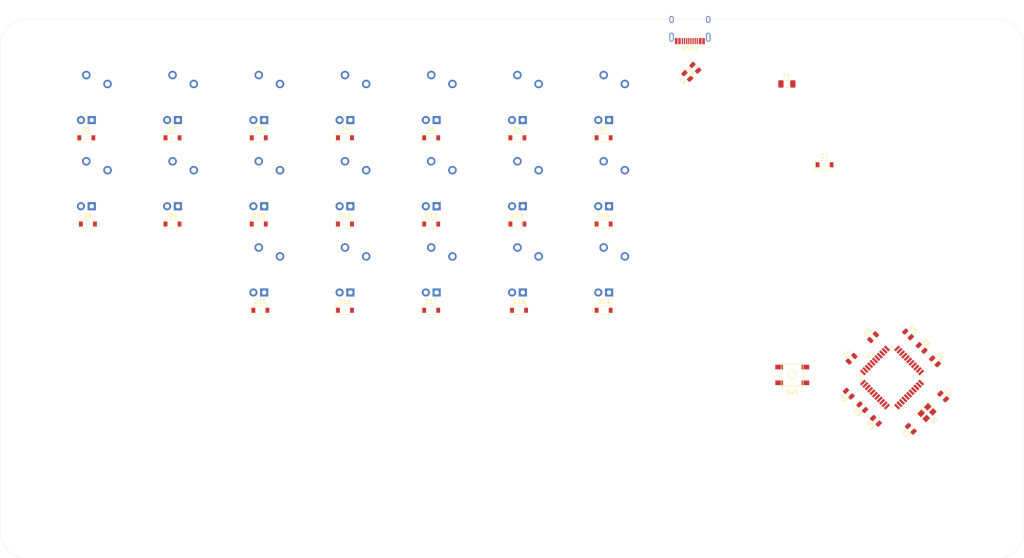
<source format=kicad_pcb>
(kicad_pcb (version 20171130) (host pcbnew "(5.1.4)-1")

  (general
    (thickness 1.6)
    (drawings 8)
    (tracks 0)
    (zones 0)
    (modules 56)
    (nets 111)
  )

  (page A4)
  (layers
    (0 F.Cu signal)
    (31 B.Cu signal)
    (32 B.Adhes user)
    (33 F.Adhes user)
    (34 B.Paste user)
    (35 F.Paste user)
    (36 B.SilkS user)
    (37 F.SilkS user)
    (38 B.Mask user)
    (39 F.Mask user)
    (40 Dwgs.User user)
    (41 Cmts.User user)
    (42 Eco1.User user)
    (43 Eco2.User user)
    (44 Edge.Cuts user)
    (45 Margin user)
    (46 B.CrtYd user)
    (47 F.CrtYd user)
    (48 B.Fab user)
    (49 F.Fab user)
  )

  (setup
    (last_trace_width 0.25)
    (trace_clearance 0.2)
    (zone_clearance 0.508)
    (zone_45_only no)
    (trace_min 0.2)
    (via_size 0.8)
    (via_drill 0.4)
    (via_min_size 0.4)
    (via_min_drill 0.3)
    (uvia_size 0.3)
    (uvia_drill 0.1)
    (uvias_allowed no)
    (uvia_min_size 0.2)
    (uvia_min_drill 0.1)
    (edge_width 0.05)
    (segment_width 0.2)
    (pcb_text_width 0.3)
    (pcb_text_size 1.5 1.5)
    (mod_edge_width 0.12)
    (mod_text_size 1 1)
    (mod_text_width 0.15)
    (pad_size 1.524 1.524)
    (pad_drill 0.762)
    (pad_to_mask_clearance 0.051)
    (solder_mask_min_width 0.25)
    (aux_axis_origin 0 0)
    (visible_elements FFFFFF7F)
    (pcbplotparams
      (layerselection 0x010fc_ffffffff)
      (usegerberextensions false)
      (usegerberattributes false)
      (usegerberadvancedattributes false)
      (creategerberjobfile false)
      (excludeedgelayer true)
      (linewidth 0.100000)
      (plotframeref false)
      (viasonmask false)
      (mode 1)
      (useauxorigin false)
      (hpglpennumber 1)
      (hpglpenspeed 20)
      (hpglpendiameter 15.000000)
      (psnegative false)
      (psa4output false)
      (plotreference true)
      (plotvalue true)
      (plotinvisibletext false)
      (padsonsilk false)
      (subtractmaskfromsilk false)
      (outputformat 1)
      (mirror false)
      (drillshape 1)
      (scaleselection 1)
      (outputdirectory ""))
  )

  (net 0 "")
  (net 1 GND)
  (net 2 "Net-(C1-Pad1)")
  (net 3 "Net-(C2-Pad1)")
  (net 4 "Net-(C3-Pad1)")
  (net 5 +5V)
  (net 6 "Net-(D1-Pad2)")
  (net 7 ROW0)
  (net 8 "Net-(D2-Pad2)")
  (net 9 "Net-(D3-Pad2)")
  (net 10 "Net-(D4-Pad2)")
  (net 11 "Net-(D5-Pad2)")
  (net 12 "Net-(D6-Pad2)")
  (net 13 "Net-(D7-Pad2)")
  (net 14 "Net-(D8-Pad2)")
  (net 15 ROW1)
  (net 16 "Net-(D9-Pad2)")
  (net 17 "Net-(D10-Pad2)")
  (net 18 "Net-(D11-Pad2)")
  (net 19 "Net-(D12-Pad2)")
  (net 20 "Net-(D13-Pad2)")
  (net 21 "Net-(D14-Pad2)")
  (net 22 "Net-(D15-Pad2)")
  (net 23 ROW2)
  (net 24 "Net-(D16-Pad2)")
  (net 25 "Net-(D17-Pad2)")
  (net 26 "Net-(D18-Pad2)")
  (net 27 "Net-(D19-Pad2)")
  (net 28 VCC)
  (net 29 "Net-(MX1-Pad4)")
  (net 30 "Net-(MX1-Pad3)")
  (net 31 COL0)
  (net 32 "Net-(MX2-Pad4)")
  (net 33 "Net-(MX2-Pad3)")
  (net 34 COL1)
  (net 35 "Net-(MX3-Pad4)")
  (net 36 "Net-(MX3-Pad3)")
  (net 37 COL2)
  (net 38 "Net-(MX4-Pad4)")
  (net 39 "Net-(MX4-Pad3)")
  (net 40 COL3)
  (net 41 "Net-(MX5-Pad4)")
  (net 42 "Net-(MX5-Pad3)")
  (net 43 COL4)
  (net 44 "Net-(MX6-Pad4)")
  (net 45 "Net-(MX6-Pad3)")
  (net 46 COL5)
  (net 47 "Net-(MX7-Pad4)")
  (net 48 "Net-(MX7-Pad3)")
  (net 49 COL6)
  (net 50 "Net-(MX8-Pad4)")
  (net 51 "Net-(MX8-Pad3)")
  (net 52 "Net-(MX9-Pad4)")
  (net 53 "Net-(MX9-Pad3)")
  (net 54 "Net-(MX10-Pad4)")
  (net 55 "Net-(MX10-Pad3)")
  (net 56 "Net-(MX11-Pad4)")
  (net 57 "Net-(MX11-Pad3)")
  (net 58 "Net-(MX12-Pad4)")
  (net 59 "Net-(MX12-Pad3)")
  (net 60 "Net-(MX13-Pad4)")
  (net 61 "Net-(MX13-Pad3)")
  (net 62 "Net-(MX14-Pad4)")
  (net 63 "Net-(MX14-Pad3)")
  (net 64 "Net-(MX15-Pad4)")
  (net 65 "Net-(MX15-Pad3)")
  (net 66 "Net-(MX16-Pad4)")
  (net 67 "Net-(MX16-Pad3)")
  (net 68 "Net-(MX17-Pad4)")
  (net 69 "Net-(MX17-Pad3)")
  (net 70 "Net-(MX18-Pad4)")
  (net 71 "Net-(MX18-Pad3)")
  (net 72 "Net-(MX19-Pad4)")
  (net 73 "Net-(MX19-Pad3)")
  (net 74 "Net-(R1-Pad2)")
  (net 75 "Net-(R2-Pad1)")
  (net 76 "Net-(R3-Pad1)")
  (net 77 D+)
  (net 78 "Net-(R4-Pad1)")
  (net 79 D-)
  (net 80 "Net-(R5-Pad1)")
  (net 81 "Net-(R6-Pad2)")
  (net 82 "Net-(U1-Pad42)")
  (net 83 "Net-(U1-Pad41)")
  (net 84 "Net-(U1-Pad40)")
  (net 85 "Net-(U1-Pad39)")
  (net 86 "Net-(U1-Pad38)")
  (net 87 "Net-(U1-Pad37)")
  (net 88 "Net-(U1-Pad36)")
  (net 89 "Net-(U1-Pad32)")
  (net 90 "Net-(U1-Pad31)")
  (net 91 "Net-(U1-Pad30)")
  (net 92 "Net-(U1-Pad29)")
  (net 93 "Net-(U1-Pad28)")
  (net 94 "Net-(U1-Pad27)")
  (net 95 "Net-(U1-Pad26)")
  (net 96 "Net-(U1-Pad25)")
  (net 97 "Net-(U1-Pad22)")
  (net 98 "Net-(U1-Pad21)")
  (net 99 "Net-(U1-Pad20)")
  (net 100 "Net-(U1-Pad19)")
  (net 101 "Net-(U1-Pad18)")
  (net 102 "Net-(U1-Pad12)")
  (net 103 "Net-(U1-Pad11)")
  (net 104 "Net-(U1-Pad10)")
  (net 105 "Net-(U1-Pad9)")
  (net 106 "Net-(U1-Pad8)")
  (net 107 "Net-(U1-Pad1)")
  (net 108 "Net-(USB1-Pad3)")
  (net 109 "Net-(USB1-Pad9)")
  (net 110 "Net-(USB1-Pad13)")

  (net_class Default "This is the default net class."
    (clearance 0.2)
    (trace_width 0.25)
    (via_dia 0.8)
    (via_drill 0.4)
    (uvia_dia 0.3)
    (uvia_drill 0.1)
    (add_net +5V)
    (add_net COL0)
    (add_net COL1)
    (add_net COL2)
    (add_net COL3)
    (add_net COL4)
    (add_net COL5)
    (add_net COL6)
    (add_net D+)
    (add_net D-)
    (add_net GND)
    (add_net "Net-(C1-Pad1)")
    (add_net "Net-(C2-Pad1)")
    (add_net "Net-(C3-Pad1)")
    (add_net "Net-(D1-Pad2)")
    (add_net "Net-(D10-Pad2)")
    (add_net "Net-(D11-Pad2)")
    (add_net "Net-(D12-Pad2)")
    (add_net "Net-(D13-Pad2)")
    (add_net "Net-(D14-Pad2)")
    (add_net "Net-(D15-Pad2)")
    (add_net "Net-(D16-Pad2)")
    (add_net "Net-(D17-Pad2)")
    (add_net "Net-(D18-Pad2)")
    (add_net "Net-(D19-Pad2)")
    (add_net "Net-(D2-Pad2)")
    (add_net "Net-(D3-Pad2)")
    (add_net "Net-(D4-Pad2)")
    (add_net "Net-(D5-Pad2)")
    (add_net "Net-(D6-Pad2)")
    (add_net "Net-(D7-Pad2)")
    (add_net "Net-(D8-Pad2)")
    (add_net "Net-(D9-Pad2)")
    (add_net "Net-(MX1-Pad3)")
    (add_net "Net-(MX1-Pad4)")
    (add_net "Net-(MX10-Pad3)")
    (add_net "Net-(MX10-Pad4)")
    (add_net "Net-(MX11-Pad3)")
    (add_net "Net-(MX11-Pad4)")
    (add_net "Net-(MX12-Pad3)")
    (add_net "Net-(MX12-Pad4)")
    (add_net "Net-(MX13-Pad3)")
    (add_net "Net-(MX13-Pad4)")
    (add_net "Net-(MX14-Pad3)")
    (add_net "Net-(MX14-Pad4)")
    (add_net "Net-(MX15-Pad3)")
    (add_net "Net-(MX15-Pad4)")
    (add_net "Net-(MX16-Pad3)")
    (add_net "Net-(MX16-Pad4)")
    (add_net "Net-(MX17-Pad3)")
    (add_net "Net-(MX17-Pad4)")
    (add_net "Net-(MX18-Pad3)")
    (add_net "Net-(MX18-Pad4)")
    (add_net "Net-(MX19-Pad3)")
    (add_net "Net-(MX19-Pad4)")
    (add_net "Net-(MX2-Pad3)")
    (add_net "Net-(MX2-Pad4)")
    (add_net "Net-(MX3-Pad3)")
    (add_net "Net-(MX3-Pad4)")
    (add_net "Net-(MX4-Pad3)")
    (add_net "Net-(MX4-Pad4)")
    (add_net "Net-(MX5-Pad3)")
    (add_net "Net-(MX5-Pad4)")
    (add_net "Net-(MX6-Pad3)")
    (add_net "Net-(MX6-Pad4)")
    (add_net "Net-(MX7-Pad3)")
    (add_net "Net-(MX7-Pad4)")
    (add_net "Net-(MX8-Pad3)")
    (add_net "Net-(MX8-Pad4)")
    (add_net "Net-(MX9-Pad3)")
    (add_net "Net-(MX9-Pad4)")
    (add_net "Net-(R1-Pad2)")
    (add_net "Net-(R2-Pad1)")
    (add_net "Net-(R3-Pad1)")
    (add_net "Net-(R4-Pad1)")
    (add_net "Net-(R5-Pad1)")
    (add_net "Net-(R6-Pad2)")
    (add_net "Net-(U1-Pad1)")
    (add_net "Net-(U1-Pad10)")
    (add_net "Net-(U1-Pad11)")
    (add_net "Net-(U1-Pad12)")
    (add_net "Net-(U1-Pad18)")
    (add_net "Net-(U1-Pad19)")
    (add_net "Net-(U1-Pad20)")
    (add_net "Net-(U1-Pad21)")
    (add_net "Net-(U1-Pad22)")
    (add_net "Net-(U1-Pad25)")
    (add_net "Net-(U1-Pad26)")
    (add_net "Net-(U1-Pad27)")
    (add_net "Net-(U1-Pad28)")
    (add_net "Net-(U1-Pad29)")
    (add_net "Net-(U1-Pad30)")
    (add_net "Net-(U1-Pad31)")
    (add_net "Net-(U1-Pad32)")
    (add_net "Net-(U1-Pad36)")
    (add_net "Net-(U1-Pad37)")
    (add_net "Net-(U1-Pad38)")
    (add_net "Net-(U1-Pad39)")
    (add_net "Net-(U1-Pad40)")
    (add_net "Net-(U1-Pad41)")
    (add_net "Net-(U1-Pad42)")
    (add_net "Net-(U1-Pad8)")
    (add_net "Net-(U1-Pad9)")
    (add_net "Net-(USB1-Pad13)")
    (add_net "Net-(USB1-Pad3)")
    (add_net "Net-(USB1-Pad9)")
    (add_net ROW0)
    (add_net ROW1)
    (add_net ROW2)
    (add_net VCC)
  )

  (module Crystal:Crystal_SMD_3225-4Pin_3.2x2.5mm (layer F.Cu) (tedit 5A0FD1B2) (tstamp 6209FD94)
    (at 243.84 130.81 225)
    (descr "SMD Crystal SERIES SMD3225/4 http://www.txccrystal.com/images/pdf/7m-accuracy.pdf, 3.2x2.5mm^2 package")
    (tags "SMD SMT crystal")
    (path /620D1E43)
    (attr smd)
    (fp_text reference Y1 (at 0 -2.45 45) (layer F.SilkS)
      (effects (font (size 1 1) (thickness 0.15)))
    )
    (fp_text value 16MHz (at 0 2.45 45) (layer F.Fab)
      (effects (font (size 1 1) (thickness 0.15)))
    )
    (fp_line (start 2.1 -1.7) (end -2.1 -1.7) (layer F.CrtYd) (width 0.05))
    (fp_line (start 2.1 1.7) (end 2.1 -1.7) (layer F.CrtYd) (width 0.05))
    (fp_line (start -2.1 1.7) (end 2.1 1.7) (layer F.CrtYd) (width 0.05))
    (fp_line (start -2.1 -1.7) (end -2.1 1.7) (layer F.CrtYd) (width 0.05))
    (fp_line (start -2 1.65) (end 2 1.65) (layer F.SilkS) (width 0.12))
    (fp_line (start -2 -1.65) (end -2 1.65) (layer F.SilkS) (width 0.12))
    (fp_line (start -1.6 0.25) (end -0.6 1.25) (layer F.Fab) (width 0.1))
    (fp_line (start 1.6 -1.25) (end -1.6 -1.25) (layer F.Fab) (width 0.1))
    (fp_line (start 1.6 1.25) (end 1.6 -1.25) (layer F.Fab) (width 0.1))
    (fp_line (start -1.6 1.25) (end 1.6 1.25) (layer F.Fab) (width 0.1))
    (fp_line (start -1.6 -1.25) (end -1.6 1.25) (layer F.Fab) (width 0.1))
    (fp_text user %R (at 0 0 45) (layer F.Fab)
      (effects (font (size 0.7 0.7) (thickness 0.105)))
    )
    (pad 4 smd rect (at -1.1 -0.85 225) (size 1.4 1.2) (layers F.Cu F.Paste F.Mask)
      (net 1 GND))
    (pad 3 smd rect (at 1.1 -0.85 225) (size 1.4 1.2) (layers F.Cu F.Paste F.Mask)
      (net 3 "Net-(C2-Pad1)"))
    (pad 2 smd rect (at 1.1 0.85 225) (size 1.4 1.2) (layers F.Cu F.Paste F.Mask)
      (net 1 GND))
    (pad 1 smd rect (at -1.1 0.85 225) (size 1.4 1.2) (layers F.Cu F.Paste F.Mask)
      (net 2 "Net-(C1-Pad1)"))
    (model ${KISYS3DMOD}/Crystal.3dshapes/Crystal_SMD_3225-4Pin_3.2x2.5mm.wrl
      (at (xyz 0 0 0))
      (scale (xyz 1 1 1))
      (rotate (xyz 0 0 0))
    )
  )

  (module Type-C:HRO-TYPE-C-31-M-12-Assembly (layer F.Cu) (tedit 5C42C666) (tstamp 6209FD80)
    (at 187.96 35.56 180)
    (path /620EE615)
    (attr smd)
    (fp_text reference USB1 (at 0 -9.25) (layer F.SilkS)
      (effects (font (size 1 1) (thickness 0.15)))
    )
    (fp_text value HRO-TYPE-C-31-M-12 (at 0 1.15) (layer Dwgs.User)
      (effects (font (size 1 1) (thickness 0.15)))
    )
    (fp_line (start 3.75 -8.5) (end 3.75 -7.5) (layer F.CrtYd) (width 0.15))
    (fp_line (start -3.75 -8.5) (end 3.75 -8.5) (layer F.CrtYd) (width 0.15))
    (fp_line (start -3.75 -7.5) (end -3.75 -8.5) (layer F.CrtYd) (width 0.15))
    (fp_line (start -4.5 0) (end -4.5 -7.5) (layer F.CrtYd) (width 0.15))
    (fp_line (start 4.5 0) (end -4.5 0) (layer F.CrtYd) (width 0.15))
    (fp_line (start 4.5 -7.5) (end 4.5 0) (layer F.CrtYd) (width 0.15))
    (fp_line (start 3.75 -7.5) (end 4.5 -7.5) (layer F.CrtYd) (width 0.15))
    (fp_line (start -4.5 -7.5) (end -3.75 -7.5) (layer F.CrtYd) (width 0.15))
    (fp_text user %R (at 0 -9.25) (layer F.Fab)
      (effects (font (size 1 1) (thickness 0.15)))
    )
    (fp_line (start -4.47 0) (end 4.47 0) (layer Dwgs.User) (width 0.15))
    (fp_line (start -4.47 0) (end -4.47 -7.3) (layer Dwgs.User) (width 0.15))
    (fp_line (start 4.47 0) (end 4.47 -7.3) (layer Dwgs.User) (width 0.15))
    (fp_line (start -4.47 -7.3) (end 4.47 -7.3) (layer Dwgs.User) (width 0.15))
    (pad 12 smd rect (at 3.225 -7.695 180) (size 0.6 1.45) (layers F.Cu F.Paste F.Mask)
      (net 1 GND))
    (pad 1 smd rect (at -3.225 -7.695 180) (size 0.6 1.45) (layers F.Cu F.Paste F.Mask)
      (net 1 GND))
    (pad 11 smd rect (at 2.45 -7.695 180) (size 0.6 1.45) (layers F.Cu F.Paste F.Mask)
      (net 28 VCC))
    (pad 2 smd rect (at -2.45 -7.695 180) (size 0.6 1.45) (layers F.Cu F.Paste F.Mask)
      (net 28 VCC))
    (pad 3 smd rect (at -1.75 -7.695 180) (size 0.3 1.45) (layers F.Cu F.Paste F.Mask)
      (net 108 "Net-(USB1-Pad3)"))
    (pad 10 smd rect (at 1.75 -7.695 180) (size 0.3 1.45) (layers F.Cu F.Paste F.Mask)
      (net 76 "Net-(R3-Pad1)"))
    (pad 4 smd rect (at -1.25 -7.695 180) (size 0.3 1.45) (layers F.Cu F.Paste F.Mask)
      (net 75 "Net-(R2-Pad1)"))
    (pad 9 smd rect (at 1.25 -7.695 180) (size 0.3 1.45) (layers F.Cu F.Paste F.Mask)
      (net 109 "Net-(USB1-Pad9)"))
    (pad 5 smd rect (at -0.75 -7.695 180) (size 0.3 1.45) (layers F.Cu F.Paste F.Mask)
      (net 79 D-))
    (pad 8 smd rect (at 0.75 -7.695 180) (size 0.3 1.45) (layers F.Cu F.Paste F.Mask)
      (net 77 D+))
    (pad 7 smd rect (at 0.25 -7.695 180) (size 0.3 1.45) (layers F.Cu F.Paste F.Mask)
      (net 79 D-))
    (pad 6 smd rect (at -0.25 -7.695 180) (size 0.3 1.45) (layers F.Cu F.Paste F.Mask)
      (net 77 D+))
    (pad "" np_thru_hole circle (at 2.89 -6.25 180) (size 0.65 0.65) (drill 0.65) (layers *.Cu *.Mask))
    (pad "" np_thru_hole circle (at -2.89 -6.25 180) (size 0.65 0.65) (drill 0.65) (layers *.Cu *.Mask))
    (pad 13 thru_hole oval (at -4.32 -6.78 180) (size 1 2.1) (drill oval 0.6 1.7) (layers *.Cu *.Mask)
      (net 110 "Net-(USB1-Pad13)"))
    (pad 13 thru_hole oval (at 4.32 -6.78 180) (size 1 2.1) (drill oval 0.6 1.7) (layers *.Cu *.Mask)
      (net 110 "Net-(USB1-Pad13)"))
    (pad 13 thru_hole oval (at -4.32 -2.6 180) (size 1 1.6) (drill oval 0.6 1.2) (layers *.Cu *.Mask)
      (net 110 "Net-(USB1-Pad13)"))
    (pad 13 thru_hole oval (at 4.32 -2.6 180) (size 1 1.6) (drill oval 0.6 1.2) (layers *.Cu *.Mask)
      (net 110 "Net-(USB1-Pad13)"))
  )

  (module Package_QFP:TQFP-44_10x10mm_P0.8mm (layer F.Cu) (tedit 5A02F146) (tstamp 6209FD5D)
    (at 235.6 122.53 45)
    (descr "44-Lead Plastic Thin Quad Flatpack (PT) - 10x10x1.0 mm Body [TQFP] (see Microchip Packaging Specification 00000049BS.pdf)")
    (tags "QFP 0.8")
    (path /62097367)
    (attr smd)
    (fp_text reference U1 (at 0 -7.45 45) (layer F.SilkS)
      (effects (font (size 1 1) (thickness 0.15)))
    )
    (fp_text value ATmega32U4-AU (at 0 7.45 45) (layer F.Fab)
      (effects (font (size 1 1) (thickness 0.15)))
    )
    (fp_text user %R (at 0 0 45) (layer F.Fab)
      (effects (font (size 1 1) (thickness 0.15)))
    )
    (fp_line (start -4 -5) (end 5 -5) (layer F.Fab) (width 0.15))
    (fp_line (start 5 -5) (end 5 5) (layer F.Fab) (width 0.15))
    (fp_line (start 5 5) (end -5 5) (layer F.Fab) (width 0.15))
    (fp_line (start -5 5) (end -5 -4) (layer F.Fab) (width 0.15))
    (fp_line (start -5 -4) (end -4 -5) (layer F.Fab) (width 0.15))
    (fp_line (start -6.7 -6.7) (end -6.7 6.7) (layer F.CrtYd) (width 0.05))
    (fp_line (start 6.7 -6.7) (end 6.7 6.7) (layer F.CrtYd) (width 0.05))
    (fp_line (start -6.7 -6.7) (end 6.7 -6.7) (layer F.CrtYd) (width 0.05))
    (fp_line (start -6.7 6.7) (end 6.7 6.7) (layer F.CrtYd) (width 0.05))
    (fp_line (start -5.175 -5.175) (end -5.175 -4.6) (layer F.SilkS) (width 0.15))
    (fp_line (start 5.175 -5.175) (end 5.175 -4.5) (layer F.SilkS) (width 0.15))
    (fp_line (start 5.175 5.175) (end 5.175 4.5) (layer F.SilkS) (width 0.15))
    (fp_line (start -5.175 5.175) (end -5.175 4.5) (layer F.SilkS) (width 0.15))
    (fp_line (start -5.175 -5.175) (end -4.5 -5.175) (layer F.SilkS) (width 0.15))
    (fp_line (start -5.175 5.175) (end -4.5 5.175) (layer F.SilkS) (width 0.15))
    (fp_line (start 5.175 5.175) (end 4.5 5.175) (layer F.SilkS) (width 0.15))
    (fp_line (start 5.175 -5.175) (end 4.5 -5.175) (layer F.SilkS) (width 0.15))
    (fp_line (start -5.175 -4.6) (end -6.45 -4.6) (layer F.SilkS) (width 0.15))
    (pad 1 smd rect (at -5.7 -4 45) (size 1.5 0.55) (layers F.Cu F.Paste F.Mask)
      (net 107 "Net-(U1-Pad1)"))
    (pad 2 smd rect (at -5.7 -3.2 45) (size 1.5 0.55) (layers F.Cu F.Paste F.Mask)
      (net 5 +5V))
    (pad 3 smd rect (at -5.7 -2.4 45) (size 1.5 0.55) (layers F.Cu F.Paste F.Mask)
      (net 80 "Net-(R5-Pad1)"))
    (pad 4 smd rect (at -5.7 -1.6 45) (size 1.5 0.55) (layers F.Cu F.Paste F.Mask)
      (net 78 "Net-(R4-Pad1)"))
    (pad 5 smd rect (at -5.7 -0.8 45) (size 1.5 0.55) (layers F.Cu F.Paste F.Mask)
      (net 1 GND))
    (pad 6 smd rect (at -5.7 0 45) (size 1.5 0.55) (layers F.Cu F.Paste F.Mask)
      (net 4 "Net-(C3-Pad1)"))
    (pad 7 smd rect (at -5.7 0.8 45) (size 1.5 0.55) (layers F.Cu F.Paste F.Mask)
      (net 5 +5V))
    (pad 8 smd rect (at -5.7 1.6 45) (size 1.5 0.55) (layers F.Cu F.Paste F.Mask)
      (net 106 "Net-(U1-Pad8)"))
    (pad 9 smd rect (at -5.7 2.4 45) (size 1.5 0.55) (layers F.Cu F.Paste F.Mask)
      (net 105 "Net-(U1-Pad9)"))
    (pad 10 smd rect (at -5.7 3.2 45) (size 1.5 0.55) (layers F.Cu F.Paste F.Mask)
      (net 104 "Net-(U1-Pad10)"))
    (pad 11 smd rect (at -5.7 4 45) (size 1.5 0.55) (layers F.Cu F.Paste F.Mask)
      (net 103 "Net-(U1-Pad11)"))
    (pad 12 smd rect (at -4 5.7 135) (size 1.5 0.55) (layers F.Cu F.Paste F.Mask)
      (net 102 "Net-(U1-Pad12)"))
    (pad 13 smd rect (at -3.2 5.7 135) (size 1.5 0.55) (layers F.Cu F.Paste F.Mask)
      (net 74 "Net-(R1-Pad2)"))
    (pad 14 smd rect (at -2.4 5.7 135) (size 1.5 0.55) (layers F.Cu F.Paste F.Mask)
      (net 5 +5V))
    (pad 15 smd rect (at -1.6 5.7 135) (size 1.5 0.55) (layers F.Cu F.Paste F.Mask)
      (net 1 GND))
    (pad 16 smd rect (at -0.8 5.7 135) (size 1.5 0.55) (layers F.Cu F.Paste F.Mask)
      (net 3 "Net-(C2-Pad1)"))
    (pad 17 smd rect (at 0 5.7 135) (size 1.5 0.55) (layers F.Cu F.Paste F.Mask)
      (net 2 "Net-(C1-Pad1)"))
    (pad 18 smd rect (at 0.8 5.7 135) (size 1.5 0.55) (layers F.Cu F.Paste F.Mask)
      (net 101 "Net-(U1-Pad18)"))
    (pad 19 smd rect (at 1.6 5.7 135) (size 1.5 0.55) (layers F.Cu F.Paste F.Mask)
      (net 100 "Net-(U1-Pad19)"))
    (pad 20 smd rect (at 2.4 5.7 135) (size 1.5 0.55) (layers F.Cu F.Paste F.Mask)
      (net 99 "Net-(U1-Pad20)"))
    (pad 21 smd rect (at 3.2 5.7 135) (size 1.5 0.55) (layers F.Cu F.Paste F.Mask)
      (net 98 "Net-(U1-Pad21)"))
    (pad 22 smd rect (at 4 5.7 135) (size 1.5 0.55) (layers F.Cu F.Paste F.Mask)
      (net 97 "Net-(U1-Pad22)"))
    (pad 23 smd rect (at 5.7 4 45) (size 1.5 0.55) (layers F.Cu F.Paste F.Mask)
      (net 1 GND))
    (pad 24 smd rect (at 5.7 3.2 45) (size 1.5 0.55) (layers F.Cu F.Paste F.Mask)
      (net 5 +5V))
    (pad 25 smd rect (at 5.7 2.4 45) (size 1.5 0.55) (layers F.Cu F.Paste F.Mask)
      (net 96 "Net-(U1-Pad25)"))
    (pad 26 smd rect (at 5.7 1.6 45) (size 1.5 0.55) (layers F.Cu F.Paste F.Mask)
      (net 95 "Net-(U1-Pad26)"))
    (pad 27 smd rect (at 5.7 0.8 45) (size 1.5 0.55) (layers F.Cu F.Paste F.Mask)
      (net 94 "Net-(U1-Pad27)"))
    (pad 28 smd rect (at 5.7 0 45) (size 1.5 0.55) (layers F.Cu F.Paste F.Mask)
      (net 93 "Net-(U1-Pad28)"))
    (pad 29 smd rect (at 5.7 -0.8 45) (size 1.5 0.55) (layers F.Cu F.Paste F.Mask)
      (net 92 "Net-(U1-Pad29)"))
    (pad 30 smd rect (at 5.7 -1.6 45) (size 1.5 0.55) (layers F.Cu F.Paste F.Mask)
      (net 91 "Net-(U1-Pad30)"))
    (pad 31 smd rect (at 5.7 -2.4 45) (size 1.5 0.55) (layers F.Cu F.Paste F.Mask)
      (net 90 "Net-(U1-Pad31)"))
    (pad 32 smd rect (at 5.7 -3.2 45) (size 1.5 0.55) (layers F.Cu F.Paste F.Mask)
      (net 89 "Net-(U1-Pad32)"))
    (pad 33 smd rect (at 5.7 -4 45) (size 1.5 0.55) (layers F.Cu F.Paste F.Mask)
      (net 81 "Net-(R6-Pad2)"))
    (pad 34 smd rect (at 4 -5.7 135) (size 1.5 0.55) (layers F.Cu F.Paste F.Mask)
      (net 5 +5V))
    (pad 35 smd rect (at 3.2 -5.7 135) (size 1.5 0.55) (layers F.Cu F.Paste F.Mask)
      (net 1 GND))
    (pad 36 smd rect (at 2.4 -5.7 135) (size 1.5 0.55) (layers F.Cu F.Paste F.Mask)
      (net 88 "Net-(U1-Pad36)"))
    (pad 37 smd rect (at 1.6 -5.7 135) (size 1.5 0.55) (layers F.Cu F.Paste F.Mask)
      (net 87 "Net-(U1-Pad37)"))
    (pad 38 smd rect (at 0.8 -5.7 135) (size 1.5 0.55) (layers F.Cu F.Paste F.Mask)
      (net 86 "Net-(U1-Pad38)"))
    (pad 39 smd rect (at 0 -5.7 135) (size 1.5 0.55) (layers F.Cu F.Paste F.Mask)
      (net 85 "Net-(U1-Pad39)"))
    (pad 40 smd rect (at -0.8 -5.7 135) (size 1.5 0.55) (layers F.Cu F.Paste F.Mask)
      (net 84 "Net-(U1-Pad40)"))
    (pad 41 smd rect (at -1.6 -5.7 135) (size 1.5 0.55) (layers F.Cu F.Paste F.Mask)
      (net 83 "Net-(U1-Pad41)"))
    (pad 42 smd rect (at -2.4 -5.7 135) (size 1.5 0.55) (layers F.Cu F.Paste F.Mask)
      (net 82 "Net-(U1-Pad42)"))
    (pad 43 smd rect (at -3.2 -5.7 135) (size 1.5 0.55) (layers F.Cu F.Paste F.Mask)
      (net 1 GND))
    (pad 44 smd rect (at -4 -5.7 135) (size 1.5 0.55) (layers F.Cu F.Paste F.Mask)
      (net 5 +5V))
    (model ${KISYS3DMOD}/Package_QFP.3dshapes/TQFP-44_10x10mm_P0.8mm.wrl
      (at (xyz 0 0 0))
      (scale (xyz 1 1 1))
      (rotate (xyz 0 0 0))
    )
  )

  (module random-keyboard-parts:SKQG-1155865 (layer F.Cu) (tedit 5E62B398) (tstamp 6209FD1A)
    (at 212.09 121.92)
    (path /620DD7B9)
    (attr smd)
    (fp_text reference SW1 (at 0 4.064) (layer F.SilkS)
      (effects (font (size 1 1) (thickness 0.15)))
    )
    (fp_text value SW_Push (at 0 -4.064) (layer F.Fab)
      (effects (font (size 1 1) (thickness 0.15)))
    )
    (fp_line (start -2.6 -2.6) (end 2.6 -2.6) (layer F.SilkS) (width 0.15))
    (fp_line (start 2.6 -2.6) (end 2.6 2.6) (layer F.SilkS) (width 0.15))
    (fp_line (start 2.6 2.6) (end -2.6 2.6) (layer F.SilkS) (width 0.15))
    (fp_line (start -2.6 2.6) (end -2.6 -2.6) (layer F.SilkS) (width 0.15))
    (fp_circle (center 0 0) (end 1 0) (layer F.SilkS) (width 0.15))
    (fp_line (start -4.2 -2.6) (end 4.2 -2.6) (layer F.Fab) (width 0.15))
    (fp_line (start 4.2 -2.6) (end 4.2 -1.2) (layer F.Fab) (width 0.15))
    (fp_line (start 4.2 -1.1) (end 2.6 -1.1) (layer F.Fab) (width 0.15))
    (fp_line (start 2.6 -1.1) (end 2.6 1.1) (layer F.Fab) (width 0.15))
    (fp_line (start 2.6 1.1) (end 4.2 1.1) (layer F.Fab) (width 0.15))
    (fp_line (start 4.2 1.1) (end 4.2 2.6) (layer F.Fab) (width 0.15))
    (fp_line (start 4.2 2.6) (end -4.2 2.6) (layer F.Fab) (width 0.15))
    (fp_line (start -4.2 2.6) (end -4.2 1.1) (layer F.Fab) (width 0.15))
    (fp_line (start -4.2 1.1) (end -2.6 1.1) (layer F.Fab) (width 0.15))
    (fp_line (start -2.6 1.1) (end -2.6 -1.1) (layer F.Fab) (width 0.15))
    (fp_line (start -2.6 -1.1) (end -4.2 -1.1) (layer F.Fab) (width 0.15))
    (fp_line (start -4.2 -1.1) (end -4.2 -2.6) (layer F.Fab) (width 0.15))
    (fp_circle (center 0 0) (end 1 0) (layer F.Fab) (width 0.15))
    (fp_line (start -2.6 -1.1) (end -1.1 -2.6) (layer F.Fab) (width 0.15))
    (fp_line (start 2.6 -1.1) (end 1.1 -2.6) (layer F.Fab) (width 0.15))
    (fp_line (start 2.6 1.1) (end 1.1 2.6) (layer F.Fab) (width 0.15))
    (fp_line (start -2.6 1.1) (end -1.1 2.6) (layer F.Fab) (width 0.15))
    (pad 4 smd rect (at -3.1 1.85) (size 1.8 1.1) (layers F.Cu F.Paste F.Mask))
    (pad 3 smd rect (at 3.1 -1.85) (size 1.8 1.1) (layers F.Cu F.Paste F.Mask))
    (pad 2 smd rect (at -3.1 -1.85) (size 1.8 1.1) (layers F.Cu F.Paste F.Mask)
      (net 74 "Net-(R1-Pad2)"))
    (pad 1 smd rect (at 3.1 1.85) (size 1.8 1.1) (layers F.Cu F.Paste F.Mask)
      (net 1 GND))
    (model ${KISYS3DMOD}/Button_Switch_SMD.3dshapes/SW_SPST_TL3342.step
      (at (xyz 0 0 0))
      (scale (xyz 1 1 1))
      (rotate (xyz 0 0 0))
    )
  )

  (module Resistor_SMD:R_0805_2012Metric (layer F.Cu) (tedit 5B36C52B) (tstamp 6209FCFC)
    (at 242.57 115.57 315)
    (descr "Resistor SMD 0805 (2012 Metric), square (rectangular) end terminal, IPC_7351 nominal, (Body size source: https://docs.google.com/spreadsheets/d/1BsfQQcO9C6DZCsRaXUlFlo91Tg2WpOkGARC1WS5S8t0/edit?usp=sharing), generated with kicad-footprint-generator")
    (tags resistor)
    (path /620A9697)
    (attr smd)
    (fp_text reference R6 (at 0 -1.65 135) (layer F.SilkS)
      (effects (font (size 1 1) (thickness 0.15)))
    )
    (fp_text value 10k (at 0 1.65 135) (layer F.Fab)
      (effects (font (size 1 1) (thickness 0.15)))
    )
    (fp_text user %R (at 0 0 135) (layer F.Fab)
      (effects (font (size 0.5 0.5) (thickness 0.08)))
    )
    (fp_line (start 1.68 0.95) (end -1.68 0.95) (layer F.CrtYd) (width 0.05))
    (fp_line (start 1.68 -0.95) (end 1.68 0.95) (layer F.CrtYd) (width 0.05))
    (fp_line (start -1.68 -0.95) (end 1.68 -0.95) (layer F.CrtYd) (width 0.05))
    (fp_line (start -1.68 0.95) (end -1.68 -0.95) (layer F.CrtYd) (width 0.05))
    (fp_line (start -0.258578 0.71) (end 0.258578 0.71) (layer F.SilkS) (width 0.12))
    (fp_line (start -0.258578 -0.71) (end 0.258578 -0.71) (layer F.SilkS) (width 0.12))
    (fp_line (start 1 0.6) (end -1 0.6) (layer F.Fab) (width 0.1))
    (fp_line (start 1 -0.6) (end 1 0.6) (layer F.Fab) (width 0.1))
    (fp_line (start -1 -0.6) (end 1 -0.6) (layer F.Fab) (width 0.1))
    (fp_line (start -1 0.6) (end -1 -0.6) (layer F.Fab) (width 0.1))
    (pad 2 smd roundrect (at 0.9375 0 315) (size 0.975 1.4) (layers F.Cu F.Paste F.Mask) (roundrect_rratio 0.25)
      (net 81 "Net-(R6-Pad2)"))
    (pad 1 smd roundrect (at -0.9375 0 315) (size 0.975 1.4) (layers F.Cu F.Paste F.Mask) (roundrect_rratio 0.25)
      (net 1 GND))
    (model ${KISYS3DMOD}/Resistor_SMD.3dshapes/R_0805_2012Metric.wrl
      (at (xyz 0 0 0))
      (scale (xyz 1 1 1))
      (rotate (xyz 0 0 0))
    )
  )

  (module Resistor_SMD:R_0805_2012Metric (layer F.Cu) (tedit 5B36C52B) (tstamp 6209FCEB)
    (at 239.367087 112.367087 315)
    (descr "Resistor SMD 0805 (2012 Metric), square (rectangular) end terminal, IPC_7351 nominal, (Body size source: https://docs.google.com/spreadsheets/d/1BsfQQcO9C6DZCsRaXUlFlo91Tg2WpOkGARC1WS5S8t0/edit?usp=sharing), generated with kicad-footprint-generator")
    (tags resistor)
    (path /620B1036)
    (attr smd)
    (fp_text reference R5 (at 0 -1.65 135) (layer F.SilkS)
      (effects (font (size 1 1) (thickness 0.15)))
    )
    (fp_text value 22 (at 0 1.65 135) (layer F.Fab)
      (effects (font (size 1 1) (thickness 0.15)))
    )
    (fp_text user %R (at 0 0 135) (layer F.Fab)
      (effects (font (size 0.5 0.5) (thickness 0.08)))
    )
    (fp_line (start 1.68 0.95) (end -1.68 0.95) (layer F.CrtYd) (width 0.05))
    (fp_line (start 1.68 -0.95) (end 1.68 0.95) (layer F.CrtYd) (width 0.05))
    (fp_line (start -1.68 -0.95) (end 1.68 -0.95) (layer F.CrtYd) (width 0.05))
    (fp_line (start -1.68 0.95) (end -1.68 -0.95) (layer F.CrtYd) (width 0.05))
    (fp_line (start -0.258578 0.71) (end 0.258578 0.71) (layer F.SilkS) (width 0.12))
    (fp_line (start -0.258578 -0.71) (end 0.258578 -0.71) (layer F.SilkS) (width 0.12))
    (fp_line (start 1 0.6) (end -1 0.6) (layer F.Fab) (width 0.1))
    (fp_line (start 1 -0.6) (end 1 0.6) (layer F.Fab) (width 0.1))
    (fp_line (start -1 -0.6) (end 1 -0.6) (layer F.Fab) (width 0.1))
    (fp_line (start -1 0.6) (end -1 -0.6) (layer F.Fab) (width 0.1))
    (pad 2 smd roundrect (at 0.9375 0 315) (size 0.975 1.4) (layers F.Cu F.Paste F.Mask) (roundrect_rratio 0.25)
      (net 79 D-))
    (pad 1 smd roundrect (at -0.9375 0 315) (size 0.975 1.4) (layers F.Cu F.Paste F.Mask) (roundrect_rratio 0.25)
      (net 80 "Net-(R5-Pad1)"))
    (model ${KISYS3DMOD}/Resistor_SMD.3dshapes/R_0805_2012Metric.wrl
      (at (xyz 0 0 0))
      (scale (xyz 1 1 1))
      (rotate (xyz 0 0 0))
    )
  )

  (module Resistor_SMD:R_0805_2012Metric (layer F.Cu) (tedit 5B36C52B) (tstamp 6209FCDA)
    (at 187.352913 51.462913 135)
    (descr "Resistor SMD 0805 (2012 Metric), square (rectangular) end terminal, IPC_7351 nominal, (Body size source: https://docs.google.com/spreadsheets/d/1BsfQQcO9C6DZCsRaXUlFlo91Tg2WpOkGARC1WS5S8t0/edit?usp=sharing), generated with kicad-footprint-generator")
    (tags resistor)
    (path /620AEFEA)
    (attr smd)
    (fp_text reference R4 (at 0 -1.65 135) (layer F.SilkS)
      (effects (font (size 1 1) (thickness 0.15)))
    )
    (fp_text value 22 (at 0 1.65 135) (layer F.Fab)
      (effects (font (size 1 1) (thickness 0.15)))
    )
    (fp_text user %R (at 0 0 135) (layer F.Fab)
      (effects (font (size 0.5 0.5) (thickness 0.08)))
    )
    (fp_line (start 1.68 0.95) (end -1.68 0.95) (layer F.CrtYd) (width 0.05))
    (fp_line (start 1.68 -0.95) (end 1.68 0.95) (layer F.CrtYd) (width 0.05))
    (fp_line (start -1.68 -0.95) (end 1.68 -0.95) (layer F.CrtYd) (width 0.05))
    (fp_line (start -1.68 0.95) (end -1.68 -0.95) (layer F.CrtYd) (width 0.05))
    (fp_line (start -0.258578 0.71) (end 0.258578 0.71) (layer F.SilkS) (width 0.12))
    (fp_line (start -0.258578 -0.71) (end 0.258578 -0.71) (layer F.SilkS) (width 0.12))
    (fp_line (start 1 0.6) (end -1 0.6) (layer F.Fab) (width 0.1))
    (fp_line (start 1 -0.6) (end 1 0.6) (layer F.Fab) (width 0.1))
    (fp_line (start -1 -0.6) (end 1 -0.6) (layer F.Fab) (width 0.1))
    (fp_line (start -1 0.6) (end -1 -0.6) (layer F.Fab) (width 0.1))
    (pad 2 smd roundrect (at 0.9375 0 135) (size 0.975 1.4) (layers F.Cu F.Paste F.Mask) (roundrect_rratio 0.25)
      (net 77 D+))
    (pad 1 smd roundrect (at -0.9375 0 135) (size 0.975 1.4) (layers F.Cu F.Paste F.Mask) (roundrect_rratio 0.25)
      (net 78 "Net-(R4-Pad1)"))
    (model ${KISYS3DMOD}/Resistor_SMD.3dshapes/R_0805_2012Metric.wrl
      (at (xyz 0 0 0))
      (scale (xyz 1 1 1))
      (rotate (xyz 0 0 0))
    )
  )

  (module Resistor_SMD:R_0805_2012Metric (layer F.Cu) (tedit 5B36C52B) (tstamp 6209FCC9)
    (at 189.23 49.53 135)
    (descr "Resistor SMD 0805 (2012 Metric), square (rectangular) end terminal, IPC_7351 nominal, (Body size source: https://docs.google.com/spreadsheets/d/1BsfQQcO9C6DZCsRaXUlFlo91Tg2WpOkGARC1WS5S8t0/edit?usp=sharing), generated with kicad-footprint-generator")
    (tags resistor)
    (path /621039CD)
    (attr smd)
    (fp_text reference R3 (at 0 -1.65 135) (layer F.SilkS)
      (effects (font (size 1 1) (thickness 0.15)))
    )
    (fp_text value 5.1k (at 0 1.65 135) (layer F.Fab)
      (effects (font (size 1 1) (thickness 0.15)))
    )
    (fp_text user %R (at 0 0 135) (layer F.Fab)
      (effects (font (size 0.5 0.5) (thickness 0.08)))
    )
    (fp_line (start 1.68 0.95) (end -1.68 0.95) (layer F.CrtYd) (width 0.05))
    (fp_line (start 1.68 -0.95) (end 1.68 0.95) (layer F.CrtYd) (width 0.05))
    (fp_line (start -1.68 -0.95) (end 1.68 -0.95) (layer F.CrtYd) (width 0.05))
    (fp_line (start -1.68 0.95) (end -1.68 -0.95) (layer F.CrtYd) (width 0.05))
    (fp_line (start -0.258578 0.71) (end 0.258578 0.71) (layer F.SilkS) (width 0.12))
    (fp_line (start -0.258578 -0.71) (end 0.258578 -0.71) (layer F.SilkS) (width 0.12))
    (fp_line (start 1 0.6) (end -1 0.6) (layer F.Fab) (width 0.1))
    (fp_line (start 1 -0.6) (end 1 0.6) (layer F.Fab) (width 0.1))
    (fp_line (start -1 -0.6) (end 1 -0.6) (layer F.Fab) (width 0.1))
    (fp_line (start -1 0.6) (end -1 -0.6) (layer F.Fab) (width 0.1))
    (pad 2 smd roundrect (at 0.9375 0 135) (size 0.975 1.4) (layers F.Cu F.Paste F.Mask) (roundrect_rratio 0.25)
      (net 1 GND))
    (pad 1 smd roundrect (at -0.9375 0 135) (size 0.975 1.4) (layers F.Cu F.Paste F.Mask) (roundrect_rratio 0.25)
      (net 76 "Net-(R3-Pad1)"))
    (model ${KISYS3DMOD}/Resistor_SMD.3dshapes/R_0805_2012Metric.wrl
      (at (xyz 0 0 0))
      (scale (xyz 1 1 1))
      (rotate (xyz 0 0 0))
    )
  )

  (module Resistor_SMD:R_0805_2012Metric (layer F.Cu) (tedit 5B36C52B) (tstamp 6209FCB8)
    (at 225.397087 126.337087 135)
    (descr "Resistor SMD 0805 (2012 Metric), square (rectangular) end terminal, IPC_7351 nominal, (Body size source: https://docs.google.com/spreadsheets/d/1BsfQQcO9C6DZCsRaXUlFlo91Tg2WpOkGARC1WS5S8t0/edit?usp=sharing), generated with kicad-footprint-generator")
    (tags resistor)
    (path /620FC2B6)
    (attr smd)
    (fp_text reference R2 (at 0 -1.65 135) (layer F.SilkS)
      (effects (font (size 1 1) (thickness 0.15)))
    )
    (fp_text value 5.1k (at 0 1.65 135) (layer F.Fab)
      (effects (font (size 1 1) (thickness 0.15)))
    )
    (fp_text user %R (at 0 0 135) (layer F.Fab)
      (effects (font (size 0.5 0.5) (thickness 0.08)))
    )
    (fp_line (start 1.68 0.95) (end -1.68 0.95) (layer F.CrtYd) (width 0.05))
    (fp_line (start 1.68 -0.95) (end 1.68 0.95) (layer F.CrtYd) (width 0.05))
    (fp_line (start -1.68 -0.95) (end 1.68 -0.95) (layer F.CrtYd) (width 0.05))
    (fp_line (start -1.68 0.95) (end -1.68 -0.95) (layer F.CrtYd) (width 0.05))
    (fp_line (start -0.258578 0.71) (end 0.258578 0.71) (layer F.SilkS) (width 0.12))
    (fp_line (start -0.258578 -0.71) (end 0.258578 -0.71) (layer F.SilkS) (width 0.12))
    (fp_line (start 1 0.6) (end -1 0.6) (layer F.Fab) (width 0.1))
    (fp_line (start 1 -0.6) (end 1 0.6) (layer F.Fab) (width 0.1))
    (fp_line (start -1 -0.6) (end 1 -0.6) (layer F.Fab) (width 0.1))
    (fp_line (start -1 0.6) (end -1 -0.6) (layer F.Fab) (width 0.1))
    (pad 2 smd roundrect (at 0.9375 0 135) (size 0.975 1.4) (layers F.Cu F.Paste F.Mask) (roundrect_rratio 0.25)
      (net 1 GND))
    (pad 1 smd roundrect (at -0.9375 0 135) (size 0.975 1.4) (layers F.Cu F.Paste F.Mask) (roundrect_rratio 0.25)
      (net 75 "Net-(R2-Pad1)"))
    (model ${KISYS3DMOD}/Resistor_SMD.3dshapes/R_0805_2012Metric.wrl
      (at (xyz 0 0 0))
      (scale (xyz 1 1 1))
      (rotate (xyz 0 0 0))
    )
  )

  (module Resistor_SMD:R_0805_2012Metric (layer F.Cu) (tedit 5B36C52B) (tstamp 6209FCA7)
    (at 231.802913 132.742913 135)
    (descr "Resistor SMD 0805 (2012 Metric), square (rectangular) end terminal, IPC_7351 nominal, (Body size source: https://docs.google.com/spreadsheets/d/1BsfQQcO9C6DZCsRaXUlFlo91Tg2WpOkGARC1WS5S8t0/edit?usp=sharing), generated with kicad-footprint-generator")
    (tags resistor)
    (path /620E6C2A)
    (attr smd)
    (fp_text reference R1 (at 0 -1.65 135) (layer F.SilkS)
      (effects (font (size 1 1) (thickness 0.15)))
    )
    (fp_text value 10k (at 0 1.65 135) (layer F.Fab)
      (effects (font (size 1 1) (thickness 0.15)))
    )
    (fp_text user %R (at 0 0 135) (layer F.Fab)
      (effects (font (size 0.5 0.5) (thickness 0.08)))
    )
    (fp_line (start 1.68 0.95) (end -1.68 0.95) (layer F.CrtYd) (width 0.05))
    (fp_line (start 1.68 -0.95) (end 1.68 0.95) (layer F.CrtYd) (width 0.05))
    (fp_line (start -1.68 -0.95) (end 1.68 -0.95) (layer F.CrtYd) (width 0.05))
    (fp_line (start -1.68 0.95) (end -1.68 -0.95) (layer F.CrtYd) (width 0.05))
    (fp_line (start -0.258578 0.71) (end 0.258578 0.71) (layer F.SilkS) (width 0.12))
    (fp_line (start -0.258578 -0.71) (end 0.258578 -0.71) (layer F.SilkS) (width 0.12))
    (fp_line (start 1 0.6) (end -1 0.6) (layer F.Fab) (width 0.1))
    (fp_line (start 1 -0.6) (end 1 0.6) (layer F.Fab) (width 0.1))
    (fp_line (start -1 -0.6) (end 1 -0.6) (layer F.Fab) (width 0.1))
    (fp_line (start -1 0.6) (end -1 -0.6) (layer F.Fab) (width 0.1))
    (pad 2 smd roundrect (at 0.9375 0 135) (size 0.975 1.4) (layers F.Cu F.Paste F.Mask) (roundrect_rratio 0.25)
      (net 74 "Net-(R1-Pad2)"))
    (pad 1 smd roundrect (at -0.9375 0 135) (size 0.975 1.4) (layers F.Cu F.Paste F.Mask) (roundrect_rratio 0.25)
      (net 5 +5V))
    (model ${KISYS3DMOD}/Resistor_SMD.3dshapes/R_0805_2012Metric.wrl
      (at (xyz 0 0 0))
      (scale (xyz 1 1 1))
      (rotate (xyz 0 0 0))
    )
  )

  (module Kailh_Choc:KailhChoc-1U (layer F.Cu) (tedit 5C519AC1) (tstamp 6209FC96)
    (at 167.64 97.79)
    (path /621C4300)
    (fp_text reference MX19 (at 0 3.175) (layer Dwgs.User)
      (effects (font (size 1 1) (thickness 0.15)))
    )
    (fp_text value MX-LED (at 0 -7.9375) (layer Dwgs.User)
      (effects (font (size 1 1) (thickness 0.15)))
    )
    (fp_line (start -9.525 9.525) (end -9.525 -9.525) (layer Dwgs.User) (width 0.15))
    (fp_line (start 9.525 9.525) (end -9.525 9.525) (layer Dwgs.User) (width 0.15))
    (fp_line (start 9.525 -9.525) (end 9.525 9.525) (layer Dwgs.User) (width 0.15))
    (fp_line (start -9.525 -9.525) (end 9.525 -9.525) (layer Dwgs.User) (width 0.15))
    (fp_line (start -7 -7) (end -7 -5) (layer Dwgs.User) (width 0.15))
    (fp_line (start -5 -7) (end -7 -7) (layer Dwgs.User) (width 0.15))
    (fp_line (start -7 7) (end -5 7) (layer Dwgs.User) (width 0.15))
    (fp_line (start -7 5) (end -7 7) (layer Dwgs.User) (width 0.15))
    (fp_line (start 7 7) (end 7 5) (layer Dwgs.User) (width 0.15))
    (fp_line (start 5 7) (end 7 7) (layer Dwgs.User) (width 0.15))
    (fp_line (start 7 -7) (end 7 -5) (layer Dwgs.User) (width 0.15))
    (fp_line (start 5 -7) (end 7 -7) (layer Dwgs.User) (width 0.15))
    (pad 4 thru_hole rect (at 1.27 4.7) (size 1.905 1.905) (drill 1.04) (layers *.Cu B.Mask)
      (net 72 "Net-(MX19-Pad4)"))
    (pad 3 thru_hole circle (at -1.27 4.7) (size 1.905 1.905) (drill 1.04) (layers *.Cu B.Mask)
      (net 73 "Net-(MX19-Pad3)"))
    (pad "" np_thru_hole circle (at -5.22 4.2) (size 1.2 1.2) (drill 1.2) (layers *.Cu *.Mask))
    (pad "" np_thru_hole circle (at 5.5 0 48.1) (size 1.9 1.9) (drill 1.9) (layers *.Cu *.Mask))
    (pad "" np_thru_hole circle (at -5.5 0 48.1) (size 1.9 1.9) (drill 1.9) (layers *.Cu *.Mask))
    (pad 1 thru_hole circle (at 5 -3.8) (size 2 2) (drill 1.2) (layers *.Cu B.Mask)
      (net 49 COL6))
    (pad "" np_thru_hole circle (at 0 0) (size 3.4 3.4) (drill 3.4) (layers *.Cu *.Mask))
    (pad 2 thru_hole circle (at 0 -5.9) (size 2 2) (drill 1.2) (layers *.Cu B.Mask)
      (net 27 "Net-(D19-Pad2)"))
  )

  (module Kailh_Choc:KailhChoc-1U (layer F.Cu) (tedit 5C519AC1) (tstamp 6209FC7E)
    (at 147.32 97.79)
    (path /621C42DD)
    (fp_text reference MX18 (at 0 3.175) (layer Dwgs.User)
      (effects (font (size 1 1) (thickness 0.15)))
    )
    (fp_text value MX-LED (at 0 -7.9375) (layer Dwgs.User)
      (effects (font (size 1 1) (thickness 0.15)))
    )
    (fp_line (start -9.525 9.525) (end -9.525 -9.525) (layer Dwgs.User) (width 0.15))
    (fp_line (start 9.525 9.525) (end -9.525 9.525) (layer Dwgs.User) (width 0.15))
    (fp_line (start 9.525 -9.525) (end 9.525 9.525) (layer Dwgs.User) (width 0.15))
    (fp_line (start -9.525 -9.525) (end 9.525 -9.525) (layer Dwgs.User) (width 0.15))
    (fp_line (start -7 -7) (end -7 -5) (layer Dwgs.User) (width 0.15))
    (fp_line (start -5 -7) (end -7 -7) (layer Dwgs.User) (width 0.15))
    (fp_line (start -7 7) (end -5 7) (layer Dwgs.User) (width 0.15))
    (fp_line (start -7 5) (end -7 7) (layer Dwgs.User) (width 0.15))
    (fp_line (start 7 7) (end 7 5) (layer Dwgs.User) (width 0.15))
    (fp_line (start 5 7) (end 7 7) (layer Dwgs.User) (width 0.15))
    (fp_line (start 7 -7) (end 7 -5) (layer Dwgs.User) (width 0.15))
    (fp_line (start 5 -7) (end 7 -7) (layer Dwgs.User) (width 0.15))
    (pad 4 thru_hole rect (at 1.27 4.7) (size 1.905 1.905) (drill 1.04) (layers *.Cu B.Mask)
      (net 70 "Net-(MX18-Pad4)"))
    (pad 3 thru_hole circle (at -1.27 4.7) (size 1.905 1.905) (drill 1.04) (layers *.Cu B.Mask)
      (net 71 "Net-(MX18-Pad3)"))
    (pad "" np_thru_hole circle (at -5.22 4.2) (size 1.2 1.2) (drill 1.2) (layers *.Cu *.Mask))
    (pad "" np_thru_hole circle (at 5.5 0 48.1) (size 1.9 1.9) (drill 1.9) (layers *.Cu *.Mask))
    (pad "" np_thru_hole circle (at -5.5 0 48.1) (size 1.9 1.9) (drill 1.9) (layers *.Cu *.Mask))
    (pad 1 thru_hole circle (at 5 -3.8) (size 2 2) (drill 1.2) (layers *.Cu B.Mask)
      (net 46 COL5))
    (pad "" np_thru_hole circle (at 0 0) (size 3.4 3.4) (drill 3.4) (layers *.Cu *.Mask))
    (pad 2 thru_hole circle (at 0 -5.9) (size 2 2) (drill 1.2) (layers *.Cu B.Mask)
      (net 26 "Net-(D18-Pad2)"))
  )

  (module Kailh_Choc:KailhChoc-1U (layer F.Cu) (tedit 5C519AC1) (tstamp 6209FC66)
    (at 127 97.79)
    (path /621C42D0)
    (fp_text reference MX17 (at 0 3.175) (layer Dwgs.User)
      (effects (font (size 1 1) (thickness 0.15)))
    )
    (fp_text value MX-LED (at 0 -7.9375) (layer Dwgs.User)
      (effects (font (size 1 1) (thickness 0.15)))
    )
    (fp_line (start -9.525 9.525) (end -9.525 -9.525) (layer Dwgs.User) (width 0.15))
    (fp_line (start 9.525 9.525) (end -9.525 9.525) (layer Dwgs.User) (width 0.15))
    (fp_line (start 9.525 -9.525) (end 9.525 9.525) (layer Dwgs.User) (width 0.15))
    (fp_line (start -9.525 -9.525) (end 9.525 -9.525) (layer Dwgs.User) (width 0.15))
    (fp_line (start -7 -7) (end -7 -5) (layer Dwgs.User) (width 0.15))
    (fp_line (start -5 -7) (end -7 -7) (layer Dwgs.User) (width 0.15))
    (fp_line (start -7 7) (end -5 7) (layer Dwgs.User) (width 0.15))
    (fp_line (start -7 5) (end -7 7) (layer Dwgs.User) (width 0.15))
    (fp_line (start 7 7) (end 7 5) (layer Dwgs.User) (width 0.15))
    (fp_line (start 5 7) (end 7 7) (layer Dwgs.User) (width 0.15))
    (fp_line (start 7 -7) (end 7 -5) (layer Dwgs.User) (width 0.15))
    (fp_line (start 5 -7) (end 7 -7) (layer Dwgs.User) (width 0.15))
    (pad 4 thru_hole rect (at 1.27 4.7) (size 1.905 1.905) (drill 1.04) (layers *.Cu B.Mask)
      (net 68 "Net-(MX17-Pad4)"))
    (pad 3 thru_hole circle (at -1.27 4.7) (size 1.905 1.905) (drill 1.04) (layers *.Cu B.Mask)
      (net 69 "Net-(MX17-Pad3)"))
    (pad "" np_thru_hole circle (at -5.22 4.2) (size 1.2 1.2) (drill 1.2) (layers *.Cu *.Mask))
    (pad "" np_thru_hole circle (at 5.5 0 48.1) (size 1.9 1.9) (drill 1.9) (layers *.Cu *.Mask))
    (pad "" np_thru_hole circle (at -5.5 0 48.1) (size 1.9 1.9) (drill 1.9) (layers *.Cu *.Mask))
    (pad 1 thru_hole circle (at 5 -3.8) (size 2 2) (drill 1.2) (layers *.Cu B.Mask)
      (net 43 COL4))
    (pad "" np_thru_hole circle (at 0 0) (size 3.4 3.4) (drill 3.4) (layers *.Cu *.Mask))
    (pad 2 thru_hole circle (at 0 -5.9) (size 2 2) (drill 1.2) (layers *.Cu B.Mask)
      (net 25 "Net-(D17-Pad2)"))
  )

  (module Kailh_Choc:KailhChoc-1U (layer F.Cu) (tedit 5C519AC1) (tstamp 6209FC4E)
    (at 106.68 97.79)
    (path /621C42C3)
    (fp_text reference MX16 (at 0 3.175) (layer Dwgs.User)
      (effects (font (size 1 1) (thickness 0.15)))
    )
    (fp_text value MX-LED (at 0 -7.9375) (layer Dwgs.User)
      (effects (font (size 1 1) (thickness 0.15)))
    )
    (fp_line (start -9.525 9.525) (end -9.525 -9.525) (layer Dwgs.User) (width 0.15))
    (fp_line (start 9.525 9.525) (end -9.525 9.525) (layer Dwgs.User) (width 0.15))
    (fp_line (start 9.525 -9.525) (end 9.525 9.525) (layer Dwgs.User) (width 0.15))
    (fp_line (start -9.525 -9.525) (end 9.525 -9.525) (layer Dwgs.User) (width 0.15))
    (fp_line (start -7 -7) (end -7 -5) (layer Dwgs.User) (width 0.15))
    (fp_line (start -5 -7) (end -7 -7) (layer Dwgs.User) (width 0.15))
    (fp_line (start -7 7) (end -5 7) (layer Dwgs.User) (width 0.15))
    (fp_line (start -7 5) (end -7 7) (layer Dwgs.User) (width 0.15))
    (fp_line (start 7 7) (end 7 5) (layer Dwgs.User) (width 0.15))
    (fp_line (start 5 7) (end 7 7) (layer Dwgs.User) (width 0.15))
    (fp_line (start 7 -7) (end 7 -5) (layer Dwgs.User) (width 0.15))
    (fp_line (start 5 -7) (end 7 -7) (layer Dwgs.User) (width 0.15))
    (pad 4 thru_hole rect (at 1.27 4.7) (size 1.905 1.905) (drill 1.04) (layers *.Cu B.Mask)
      (net 66 "Net-(MX16-Pad4)"))
    (pad 3 thru_hole circle (at -1.27 4.7) (size 1.905 1.905) (drill 1.04) (layers *.Cu B.Mask)
      (net 67 "Net-(MX16-Pad3)"))
    (pad "" np_thru_hole circle (at -5.22 4.2) (size 1.2 1.2) (drill 1.2) (layers *.Cu *.Mask))
    (pad "" np_thru_hole circle (at 5.5 0 48.1) (size 1.9 1.9) (drill 1.9) (layers *.Cu *.Mask))
    (pad "" np_thru_hole circle (at -5.5 0 48.1) (size 1.9 1.9) (drill 1.9) (layers *.Cu *.Mask))
    (pad 1 thru_hole circle (at 5 -3.8) (size 2 2) (drill 1.2) (layers *.Cu B.Mask)
      (net 40 COL3))
    (pad "" np_thru_hole circle (at 0 0) (size 3.4 3.4) (drill 3.4) (layers *.Cu *.Mask))
    (pad 2 thru_hole circle (at 0 -5.9) (size 2 2) (drill 1.2) (layers *.Cu B.Mask)
      (net 24 "Net-(D16-Pad2)"))
  )

  (module Kailh_Choc:KailhChoc-1U (layer F.Cu) (tedit 5C519AC1) (tstamp 6209FC36)
    (at 86.36 97.79)
    (path /621C42B6)
    (fp_text reference MX15 (at 0 3.175) (layer Dwgs.User)
      (effects (font (size 1 1) (thickness 0.15)))
    )
    (fp_text value MX-LED (at 0 -7.9375) (layer Dwgs.User)
      (effects (font (size 1 1) (thickness 0.15)))
    )
    (fp_line (start -9.525 9.525) (end -9.525 -9.525) (layer Dwgs.User) (width 0.15))
    (fp_line (start 9.525 9.525) (end -9.525 9.525) (layer Dwgs.User) (width 0.15))
    (fp_line (start 9.525 -9.525) (end 9.525 9.525) (layer Dwgs.User) (width 0.15))
    (fp_line (start -9.525 -9.525) (end 9.525 -9.525) (layer Dwgs.User) (width 0.15))
    (fp_line (start -7 -7) (end -7 -5) (layer Dwgs.User) (width 0.15))
    (fp_line (start -5 -7) (end -7 -7) (layer Dwgs.User) (width 0.15))
    (fp_line (start -7 7) (end -5 7) (layer Dwgs.User) (width 0.15))
    (fp_line (start -7 5) (end -7 7) (layer Dwgs.User) (width 0.15))
    (fp_line (start 7 7) (end 7 5) (layer Dwgs.User) (width 0.15))
    (fp_line (start 5 7) (end 7 7) (layer Dwgs.User) (width 0.15))
    (fp_line (start 7 -7) (end 7 -5) (layer Dwgs.User) (width 0.15))
    (fp_line (start 5 -7) (end 7 -7) (layer Dwgs.User) (width 0.15))
    (pad 4 thru_hole rect (at 1.27 4.7) (size 1.905 1.905) (drill 1.04) (layers *.Cu B.Mask)
      (net 64 "Net-(MX15-Pad4)"))
    (pad 3 thru_hole circle (at -1.27 4.7) (size 1.905 1.905) (drill 1.04) (layers *.Cu B.Mask)
      (net 65 "Net-(MX15-Pad3)"))
    (pad "" np_thru_hole circle (at -5.22 4.2) (size 1.2 1.2) (drill 1.2) (layers *.Cu *.Mask))
    (pad "" np_thru_hole circle (at 5.5 0 48.1) (size 1.9 1.9) (drill 1.9) (layers *.Cu *.Mask))
    (pad "" np_thru_hole circle (at -5.5 0 48.1) (size 1.9 1.9) (drill 1.9) (layers *.Cu *.Mask))
    (pad 1 thru_hole circle (at 5 -3.8) (size 2 2) (drill 1.2) (layers *.Cu B.Mask)
      (net 37 COL2))
    (pad "" np_thru_hole circle (at 0 0) (size 3.4 3.4) (drill 3.4) (layers *.Cu *.Mask))
    (pad 2 thru_hole circle (at 0 -5.9) (size 2 2) (drill 1.2) (layers *.Cu B.Mask)
      (net 22 "Net-(D15-Pad2)"))
  )

  (module Kailh_Choc:KailhChoc-1U (layer F.Cu) (tedit 5C519AC1) (tstamp 6209FC1E)
    (at 167.64 77.47)
    (path /621F7F42)
    (fp_text reference MX14 (at 0 3.175) (layer Dwgs.User)
      (effects (font (size 1 1) (thickness 0.15)))
    )
    (fp_text value MX-LED (at 0 -7.9375) (layer Dwgs.User)
      (effects (font (size 1 1) (thickness 0.15)))
    )
    (fp_line (start -9.525 9.525) (end -9.525 -9.525) (layer Dwgs.User) (width 0.15))
    (fp_line (start 9.525 9.525) (end -9.525 9.525) (layer Dwgs.User) (width 0.15))
    (fp_line (start 9.525 -9.525) (end 9.525 9.525) (layer Dwgs.User) (width 0.15))
    (fp_line (start -9.525 -9.525) (end 9.525 -9.525) (layer Dwgs.User) (width 0.15))
    (fp_line (start -7 -7) (end -7 -5) (layer Dwgs.User) (width 0.15))
    (fp_line (start -5 -7) (end -7 -7) (layer Dwgs.User) (width 0.15))
    (fp_line (start -7 7) (end -5 7) (layer Dwgs.User) (width 0.15))
    (fp_line (start -7 5) (end -7 7) (layer Dwgs.User) (width 0.15))
    (fp_line (start 7 7) (end 7 5) (layer Dwgs.User) (width 0.15))
    (fp_line (start 5 7) (end 7 7) (layer Dwgs.User) (width 0.15))
    (fp_line (start 7 -7) (end 7 -5) (layer Dwgs.User) (width 0.15))
    (fp_line (start 5 -7) (end 7 -7) (layer Dwgs.User) (width 0.15))
    (pad 4 thru_hole rect (at 1.27 4.7) (size 1.905 1.905) (drill 1.04) (layers *.Cu B.Mask)
      (net 62 "Net-(MX14-Pad4)"))
    (pad 3 thru_hole circle (at -1.27 4.7) (size 1.905 1.905) (drill 1.04) (layers *.Cu B.Mask)
      (net 63 "Net-(MX14-Pad3)"))
    (pad "" np_thru_hole circle (at -5.22 4.2) (size 1.2 1.2) (drill 1.2) (layers *.Cu *.Mask))
    (pad "" np_thru_hole circle (at 5.5 0 48.1) (size 1.9 1.9) (drill 1.9) (layers *.Cu *.Mask))
    (pad "" np_thru_hole circle (at -5.5 0 48.1) (size 1.9 1.9) (drill 1.9) (layers *.Cu *.Mask))
    (pad 1 thru_hole circle (at 5 -3.8) (size 2 2) (drill 1.2) (layers *.Cu B.Mask)
      (net 49 COL6))
    (pad "" np_thru_hole circle (at 0 0) (size 3.4 3.4) (drill 3.4) (layers *.Cu *.Mask))
    (pad 2 thru_hole circle (at 0 -5.9) (size 2 2) (drill 1.2) (layers *.Cu B.Mask)
      (net 21 "Net-(D14-Pad2)"))
  )

  (module Kailh_Choc:KailhChoc-1U (layer F.Cu) (tedit 5C519AC1) (tstamp 6209FC06)
    (at 147.32 77.47)
    (path /621B9BEA)
    (fp_text reference MX13 (at 0 3.175) (layer Dwgs.User)
      (effects (font (size 1 1) (thickness 0.15)))
    )
    (fp_text value MX-LED (at 0 -7.9375) (layer Dwgs.User)
      (effects (font (size 1 1) (thickness 0.15)))
    )
    (fp_line (start -9.525 9.525) (end -9.525 -9.525) (layer Dwgs.User) (width 0.15))
    (fp_line (start 9.525 9.525) (end -9.525 9.525) (layer Dwgs.User) (width 0.15))
    (fp_line (start 9.525 -9.525) (end 9.525 9.525) (layer Dwgs.User) (width 0.15))
    (fp_line (start -9.525 -9.525) (end 9.525 -9.525) (layer Dwgs.User) (width 0.15))
    (fp_line (start -7 -7) (end -7 -5) (layer Dwgs.User) (width 0.15))
    (fp_line (start -5 -7) (end -7 -7) (layer Dwgs.User) (width 0.15))
    (fp_line (start -7 7) (end -5 7) (layer Dwgs.User) (width 0.15))
    (fp_line (start -7 5) (end -7 7) (layer Dwgs.User) (width 0.15))
    (fp_line (start 7 7) (end 7 5) (layer Dwgs.User) (width 0.15))
    (fp_line (start 5 7) (end 7 7) (layer Dwgs.User) (width 0.15))
    (fp_line (start 7 -7) (end 7 -5) (layer Dwgs.User) (width 0.15))
    (fp_line (start 5 -7) (end 7 -7) (layer Dwgs.User) (width 0.15))
    (pad 4 thru_hole rect (at 1.27 4.7) (size 1.905 1.905) (drill 1.04) (layers *.Cu B.Mask)
      (net 60 "Net-(MX13-Pad4)"))
    (pad 3 thru_hole circle (at -1.27 4.7) (size 1.905 1.905) (drill 1.04) (layers *.Cu B.Mask)
      (net 61 "Net-(MX13-Pad3)"))
    (pad "" np_thru_hole circle (at -5.22 4.2) (size 1.2 1.2) (drill 1.2) (layers *.Cu *.Mask))
    (pad "" np_thru_hole circle (at 5.5 0 48.1) (size 1.9 1.9) (drill 1.9) (layers *.Cu *.Mask))
    (pad "" np_thru_hole circle (at -5.5 0 48.1) (size 1.9 1.9) (drill 1.9) (layers *.Cu *.Mask))
    (pad 1 thru_hole circle (at 5 -3.8) (size 2 2) (drill 1.2) (layers *.Cu B.Mask)
      (net 46 COL5))
    (pad "" np_thru_hole circle (at 0 0) (size 3.4 3.4) (drill 3.4) (layers *.Cu *.Mask))
    (pad 2 thru_hole circle (at 0 -5.9) (size 2 2) (drill 1.2) (layers *.Cu B.Mask)
      (net 20 "Net-(D13-Pad2)"))
  )

  (module Kailh_Choc:KailhChoc-1U (layer F.Cu) (tedit 5C519AC1) (tstamp 6209FBEE)
    (at 127 77.47)
    (path /621B9BC7)
    (fp_text reference MX12 (at 0 3.175) (layer Dwgs.User)
      (effects (font (size 1 1) (thickness 0.15)))
    )
    (fp_text value MX-LED (at 0 -7.9375) (layer Dwgs.User)
      (effects (font (size 1 1) (thickness 0.15)))
    )
    (fp_line (start -9.525 9.525) (end -9.525 -9.525) (layer Dwgs.User) (width 0.15))
    (fp_line (start 9.525 9.525) (end -9.525 9.525) (layer Dwgs.User) (width 0.15))
    (fp_line (start 9.525 -9.525) (end 9.525 9.525) (layer Dwgs.User) (width 0.15))
    (fp_line (start -9.525 -9.525) (end 9.525 -9.525) (layer Dwgs.User) (width 0.15))
    (fp_line (start -7 -7) (end -7 -5) (layer Dwgs.User) (width 0.15))
    (fp_line (start -5 -7) (end -7 -7) (layer Dwgs.User) (width 0.15))
    (fp_line (start -7 7) (end -5 7) (layer Dwgs.User) (width 0.15))
    (fp_line (start -7 5) (end -7 7) (layer Dwgs.User) (width 0.15))
    (fp_line (start 7 7) (end 7 5) (layer Dwgs.User) (width 0.15))
    (fp_line (start 5 7) (end 7 7) (layer Dwgs.User) (width 0.15))
    (fp_line (start 7 -7) (end 7 -5) (layer Dwgs.User) (width 0.15))
    (fp_line (start 5 -7) (end 7 -7) (layer Dwgs.User) (width 0.15))
    (pad 4 thru_hole rect (at 1.27 4.7) (size 1.905 1.905) (drill 1.04) (layers *.Cu B.Mask)
      (net 58 "Net-(MX12-Pad4)"))
    (pad 3 thru_hole circle (at -1.27 4.7) (size 1.905 1.905) (drill 1.04) (layers *.Cu B.Mask)
      (net 59 "Net-(MX12-Pad3)"))
    (pad "" np_thru_hole circle (at -5.22 4.2) (size 1.2 1.2) (drill 1.2) (layers *.Cu *.Mask))
    (pad "" np_thru_hole circle (at 5.5 0 48.1) (size 1.9 1.9) (drill 1.9) (layers *.Cu *.Mask))
    (pad "" np_thru_hole circle (at -5.5 0 48.1) (size 1.9 1.9) (drill 1.9) (layers *.Cu *.Mask))
    (pad 1 thru_hole circle (at 5 -3.8) (size 2 2) (drill 1.2) (layers *.Cu B.Mask)
      (net 43 COL4))
    (pad "" np_thru_hole circle (at 0 0) (size 3.4 3.4) (drill 3.4) (layers *.Cu *.Mask))
    (pad 2 thru_hole circle (at 0 -5.9) (size 2 2) (drill 1.2) (layers *.Cu B.Mask)
      (net 19 "Net-(D12-Pad2)"))
  )

  (module Kailh_Choc:KailhChoc-1U (layer F.Cu) (tedit 5C519AC1) (tstamp 6209FBD6)
    (at 106.68 77.47)
    (path /621B9BBA)
    (fp_text reference MX11 (at 0 3.175) (layer Dwgs.User)
      (effects (font (size 1 1) (thickness 0.15)))
    )
    (fp_text value MX-LED (at 0 -7.9375) (layer Dwgs.User)
      (effects (font (size 1 1) (thickness 0.15)))
    )
    (fp_line (start -9.525 9.525) (end -9.525 -9.525) (layer Dwgs.User) (width 0.15))
    (fp_line (start 9.525 9.525) (end -9.525 9.525) (layer Dwgs.User) (width 0.15))
    (fp_line (start 9.525 -9.525) (end 9.525 9.525) (layer Dwgs.User) (width 0.15))
    (fp_line (start -9.525 -9.525) (end 9.525 -9.525) (layer Dwgs.User) (width 0.15))
    (fp_line (start -7 -7) (end -7 -5) (layer Dwgs.User) (width 0.15))
    (fp_line (start -5 -7) (end -7 -7) (layer Dwgs.User) (width 0.15))
    (fp_line (start -7 7) (end -5 7) (layer Dwgs.User) (width 0.15))
    (fp_line (start -7 5) (end -7 7) (layer Dwgs.User) (width 0.15))
    (fp_line (start 7 7) (end 7 5) (layer Dwgs.User) (width 0.15))
    (fp_line (start 5 7) (end 7 7) (layer Dwgs.User) (width 0.15))
    (fp_line (start 7 -7) (end 7 -5) (layer Dwgs.User) (width 0.15))
    (fp_line (start 5 -7) (end 7 -7) (layer Dwgs.User) (width 0.15))
    (pad 4 thru_hole rect (at 1.27 4.7) (size 1.905 1.905) (drill 1.04) (layers *.Cu B.Mask)
      (net 56 "Net-(MX11-Pad4)"))
    (pad 3 thru_hole circle (at -1.27 4.7) (size 1.905 1.905) (drill 1.04) (layers *.Cu B.Mask)
      (net 57 "Net-(MX11-Pad3)"))
    (pad "" np_thru_hole circle (at -5.22 4.2) (size 1.2 1.2) (drill 1.2) (layers *.Cu *.Mask))
    (pad "" np_thru_hole circle (at 5.5 0 48.1) (size 1.9 1.9) (drill 1.9) (layers *.Cu *.Mask))
    (pad "" np_thru_hole circle (at -5.5 0 48.1) (size 1.9 1.9) (drill 1.9) (layers *.Cu *.Mask))
    (pad 1 thru_hole circle (at 5 -3.8) (size 2 2) (drill 1.2) (layers *.Cu B.Mask)
      (net 40 COL3))
    (pad "" np_thru_hole circle (at 0 0) (size 3.4 3.4) (drill 3.4) (layers *.Cu *.Mask))
    (pad 2 thru_hole circle (at 0 -5.9) (size 2 2) (drill 1.2) (layers *.Cu B.Mask)
      (net 18 "Net-(D11-Pad2)"))
  )

  (module Kailh_Choc:KailhChoc-1U (layer F.Cu) (tedit 5C519AC1) (tstamp 6209FBBE)
    (at 86.36 77.47)
    (path /621B9BAD)
    (fp_text reference MX10 (at 0 3.175) (layer Dwgs.User)
      (effects (font (size 1 1) (thickness 0.15)))
    )
    (fp_text value MX-LED (at 0 -7.9375) (layer Dwgs.User)
      (effects (font (size 1 1) (thickness 0.15)))
    )
    (fp_line (start -9.525 9.525) (end -9.525 -9.525) (layer Dwgs.User) (width 0.15))
    (fp_line (start 9.525 9.525) (end -9.525 9.525) (layer Dwgs.User) (width 0.15))
    (fp_line (start 9.525 -9.525) (end 9.525 9.525) (layer Dwgs.User) (width 0.15))
    (fp_line (start -9.525 -9.525) (end 9.525 -9.525) (layer Dwgs.User) (width 0.15))
    (fp_line (start -7 -7) (end -7 -5) (layer Dwgs.User) (width 0.15))
    (fp_line (start -5 -7) (end -7 -7) (layer Dwgs.User) (width 0.15))
    (fp_line (start -7 7) (end -5 7) (layer Dwgs.User) (width 0.15))
    (fp_line (start -7 5) (end -7 7) (layer Dwgs.User) (width 0.15))
    (fp_line (start 7 7) (end 7 5) (layer Dwgs.User) (width 0.15))
    (fp_line (start 5 7) (end 7 7) (layer Dwgs.User) (width 0.15))
    (fp_line (start 7 -7) (end 7 -5) (layer Dwgs.User) (width 0.15))
    (fp_line (start 5 -7) (end 7 -7) (layer Dwgs.User) (width 0.15))
    (pad 4 thru_hole rect (at 1.27 4.7) (size 1.905 1.905) (drill 1.04) (layers *.Cu B.Mask)
      (net 54 "Net-(MX10-Pad4)"))
    (pad 3 thru_hole circle (at -1.27 4.7) (size 1.905 1.905) (drill 1.04) (layers *.Cu B.Mask)
      (net 55 "Net-(MX10-Pad3)"))
    (pad "" np_thru_hole circle (at -5.22 4.2) (size 1.2 1.2) (drill 1.2) (layers *.Cu *.Mask))
    (pad "" np_thru_hole circle (at 5.5 0 48.1) (size 1.9 1.9) (drill 1.9) (layers *.Cu *.Mask))
    (pad "" np_thru_hole circle (at -5.5 0 48.1) (size 1.9 1.9) (drill 1.9) (layers *.Cu *.Mask))
    (pad 1 thru_hole circle (at 5 -3.8) (size 2 2) (drill 1.2) (layers *.Cu B.Mask)
      (net 37 COL2))
    (pad "" np_thru_hole circle (at 0 0) (size 3.4 3.4) (drill 3.4) (layers *.Cu *.Mask))
    (pad 2 thru_hole circle (at 0 -5.9) (size 2 2) (drill 1.2) (layers *.Cu B.Mask)
      (net 17 "Net-(D10-Pad2)"))
  )

  (module Kailh_Choc:KailhChoc-1U (layer F.Cu) (tedit 5C519AC1) (tstamp 6209FBA6)
    (at 66.04 77.47)
    (path /621B9BA0)
    (fp_text reference MX9 (at 0 3.175) (layer Dwgs.User)
      (effects (font (size 1 1) (thickness 0.15)))
    )
    (fp_text value MX-LED (at 0 -7.9375) (layer Dwgs.User)
      (effects (font (size 1 1) (thickness 0.15)))
    )
    (fp_line (start -9.525 9.525) (end -9.525 -9.525) (layer Dwgs.User) (width 0.15))
    (fp_line (start 9.525 9.525) (end -9.525 9.525) (layer Dwgs.User) (width 0.15))
    (fp_line (start 9.525 -9.525) (end 9.525 9.525) (layer Dwgs.User) (width 0.15))
    (fp_line (start -9.525 -9.525) (end 9.525 -9.525) (layer Dwgs.User) (width 0.15))
    (fp_line (start -7 -7) (end -7 -5) (layer Dwgs.User) (width 0.15))
    (fp_line (start -5 -7) (end -7 -7) (layer Dwgs.User) (width 0.15))
    (fp_line (start -7 7) (end -5 7) (layer Dwgs.User) (width 0.15))
    (fp_line (start -7 5) (end -7 7) (layer Dwgs.User) (width 0.15))
    (fp_line (start 7 7) (end 7 5) (layer Dwgs.User) (width 0.15))
    (fp_line (start 5 7) (end 7 7) (layer Dwgs.User) (width 0.15))
    (fp_line (start 7 -7) (end 7 -5) (layer Dwgs.User) (width 0.15))
    (fp_line (start 5 -7) (end 7 -7) (layer Dwgs.User) (width 0.15))
    (pad 4 thru_hole rect (at 1.27 4.7) (size 1.905 1.905) (drill 1.04) (layers *.Cu B.Mask)
      (net 52 "Net-(MX9-Pad4)"))
    (pad 3 thru_hole circle (at -1.27 4.7) (size 1.905 1.905) (drill 1.04) (layers *.Cu B.Mask)
      (net 53 "Net-(MX9-Pad3)"))
    (pad "" np_thru_hole circle (at -5.22 4.2) (size 1.2 1.2) (drill 1.2) (layers *.Cu *.Mask))
    (pad "" np_thru_hole circle (at 5.5 0 48.1) (size 1.9 1.9) (drill 1.9) (layers *.Cu *.Mask))
    (pad "" np_thru_hole circle (at -5.5 0 48.1) (size 1.9 1.9) (drill 1.9) (layers *.Cu *.Mask))
    (pad 1 thru_hole circle (at 5 -3.8) (size 2 2) (drill 1.2) (layers *.Cu B.Mask)
      (net 34 COL1))
    (pad "" np_thru_hole circle (at 0 0) (size 3.4 3.4) (drill 3.4) (layers *.Cu *.Mask))
    (pad 2 thru_hole circle (at 0 -5.9) (size 2 2) (drill 1.2) (layers *.Cu B.Mask)
      (net 16 "Net-(D9-Pad2)"))
  )

  (module Kailh_Choc:KailhChoc-1U (layer F.Cu) (tedit 5C519AC1) (tstamp 6209FB8E)
    (at 45.72 77.47)
    (path /621B9B93)
    (fp_text reference MX8 (at 0 3.175) (layer Dwgs.User)
      (effects (font (size 1 1) (thickness 0.15)))
    )
    (fp_text value MX-LED (at 0 -7.9375) (layer Dwgs.User)
      (effects (font (size 1 1) (thickness 0.15)))
    )
    (fp_line (start -9.525 9.525) (end -9.525 -9.525) (layer Dwgs.User) (width 0.15))
    (fp_line (start 9.525 9.525) (end -9.525 9.525) (layer Dwgs.User) (width 0.15))
    (fp_line (start 9.525 -9.525) (end 9.525 9.525) (layer Dwgs.User) (width 0.15))
    (fp_line (start -9.525 -9.525) (end 9.525 -9.525) (layer Dwgs.User) (width 0.15))
    (fp_line (start -7 -7) (end -7 -5) (layer Dwgs.User) (width 0.15))
    (fp_line (start -5 -7) (end -7 -7) (layer Dwgs.User) (width 0.15))
    (fp_line (start -7 7) (end -5 7) (layer Dwgs.User) (width 0.15))
    (fp_line (start -7 5) (end -7 7) (layer Dwgs.User) (width 0.15))
    (fp_line (start 7 7) (end 7 5) (layer Dwgs.User) (width 0.15))
    (fp_line (start 5 7) (end 7 7) (layer Dwgs.User) (width 0.15))
    (fp_line (start 7 -7) (end 7 -5) (layer Dwgs.User) (width 0.15))
    (fp_line (start 5 -7) (end 7 -7) (layer Dwgs.User) (width 0.15))
    (pad 4 thru_hole rect (at 1.27 4.7) (size 1.905 1.905) (drill 1.04) (layers *.Cu B.Mask)
      (net 50 "Net-(MX8-Pad4)"))
    (pad 3 thru_hole circle (at -1.27 4.7) (size 1.905 1.905) (drill 1.04) (layers *.Cu B.Mask)
      (net 51 "Net-(MX8-Pad3)"))
    (pad "" np_thru_hole circle (at -5.22 4.2) (size 1.2 1.2) (drill 1.2) (layers *.Cu *.Mask))
    (pad "" np_thru_hole circle (at 5.5 0 48.1) (size 1.9 1.9) (drill 1.9) (layers *.Cu *.Mask))
    (pad "" np_thru_hole circle (at -5.5 0 48.1) (size 1.9 1.9) (drill 1.9) (layers *.Cu *.Mask))
    (pad 1 thru_hole circle (at 5 -3.8) (size 2 2) (drill 1.2) (layers *.Cu B.Mask)
      (net 31 COL0))
    (pad "" np_thru_hole circle (at 0 0) (size 3.4 3.4) (drill 3.4) (layers *.Cu *.Mask))
    (pad 2 thru_hole circle (at 0 -5.9) (size 2 2) (drill 1.2) (layers *.Cu B.Mask)
      (net 14 "Net-(D8-Pad2)"))
  )

  (module Kailh_Choc:KailhChoc-1U (layer F.Cu) (tedit 5C519AC1) (tstamp 6209FB76)
    (at 167.64 57.15)
    (path /622837E6)
    (fp_text reference MX7 (at 0 3.175) (layer Dwgs.User)
      (effects (font (size 1 1) (thickness 0.15)))
    )
    (fp_text value MX-LED (at 0 -7.9375) (layer Dwgs.User)
      (effects (font (size 1 1) (thickness 0.15)))
    )
    (fp_line (start -9.525 9.525) (end -9.525 -9.525) (layer Dwgs.User) (width 0.15))
    (fp_line (start 9.525 9.525) (end -9.525 9.525) (layer Dwgs.User) (width 0.15))
    (fp_line (start 9.525 -9.525) (end 9.525 9.525) (layer Dwgs.User) (width 0.15))
    (fp_line (start -9.525 -9.525) (end 9.525 -9.525) (layer Dwgs.User) (width 0.15))
    (fp_line (start -7 -7) (end -7 -5) (layer Dwgs.User) (width 0.15))
    (fp_line (start -5 -7) (end -7 -7) (layer Dwgs.User) (width 0.15))
    (fp_line (start -7 7) (end -5 7) (layer Dwgs.User) (width 0.15))
    (fp_line (start -7 5) (end -7 7) (layer Dwgs.User) (width 0.15))
    (fp_line (start 7 7) (end 7 5) (layer Dwgs.User) (width 0.15))
    (fp_line (start 5 7) (end 7 7) (layer Dwgs.User) (width 0.15))
    (fp_line (start 7 -7) (end 7 -5) (layer Dwgs.User) (width 0.15))
    (fp_line (start 5 -7) (end 7 -7) (layer Dwgs.User) (width 0.15))
    (pad 4 thru_hole rect (at 1.27 4.7) (size 1.905 1.905) (drill 1.04) (layers *.Cu B.Mask)
      (net 47 "Net-(MX7-Pad4)"))
    (pad 3 thru_hole circle (at -1.27 4.7) (size 1.905 1.905) (drill 1.04) (layers *.Cu B.Mask)
      (net 48 "Net-(MX7-Pad3)"))
    (pad "" np_thru_hole circle (at -5.22 4.2) (size 1.2 1.2) (drill 1.2) (layers *.Cu *.Mask))
    (pad "" np_thru_hole circle (at 5.5 0 48.1) (size 1.9 1.9) (drill 1.9) (layers *.Cu *.Mask))
    (pad "" np_thru_hole circle (at -5.5 0 48.1) (size 1.9 1.9) (drill 1.9) (layers *.Cu *.Mask))
    (pad 1 thru_hole circle (at 5 -3.8) (size 2 2) (drill 1.2) (layers *.Cu B.Mask)
      (net 49 COL6))
    (pad "" np_thru_hole circle (at 0 0) (size 3.4 3.4) (drill 3.4) (layers *.Cu *.Mask))
    (pad 2 thru_hole circle (at 0 -5.9) (size 2 2) (drill 1.2) (layers *.Cu B.Mask)
      (net 13 "Net-(D7-Pad2)"))
  )

  (module Kailh_Choc:KailhChoc-1U (layer F.Cu) (tedit 5C519AC1) (tstamp 6209FB5E)
    (at 147.305 57.15)
    (path /6213E9C7)
    (fp_text reference MX6 (at 0 3.175) (layer Dwgs.User)
      (effects (font (size 1 1) (thickness 0.15)))
    )
    (fp_text value MX-LED (at 0 -7.9375) (layer Dwgs.User)
      (effects (font (size 1 1) (thickness 0.15)))
    )
    (fp_line (start -9.525 9.525) (end -9.525 -9.525) (layer Dwgs.User) (width 0.15))
    (fp_line (start 9.525 9.525) (end -9.525 9.525) (layer Dwgs.User) (width 0.15))
    (fp_line (start 9.525 -9.525) (end 9.525 9.525) (layer Dwgs.User) (width 0.15))
    (fp_line (start -9.525 -9.525) (end 9.525 -9.525) (layer Dwgs.User) (width 0.15))
    (fp_line (start -7 -7) (end -7 -5) (layer Dwgs.User) (width 0.15))
    (fp_line (start -5 -7) (end -7 -7) (layer Dwgs.User) (width 0.15))
    (fp_line (start -7 7) (end -5 7) (layer Dwgs.User) (width 0.15))
    (fp_line (start -7 5) (end -7 7) (layer Dwgs.User) (width 0.15))
    (fp_line (start 7 7) (end 7 5) (layer Dwgs.User) (width 0.15))
    (fp_line (start 5 7) (end 7 7) (layer Dwgs.User) (width 0.15))
    (fp_line (start 7 -7) (end 7 -5) (layer Dwgs.User) (width 0.15))
    (fp_line (start 5 -7) (end 7 -7) (layer Dwgs.User) (width 0.15))
    (pad 4 thru_hole rect (at 1.27 4.7) (size 1.905 1.905) (drill 1.04) (layers *.Cu B.Mask)
      (net 44 "Net-(MX6-Pad4)"))
    (pad 3 thru_hole circle (at -1.27 4.7) (size 1.905 1.905) (drill 1.04) (layers *.Cu B.Mask)
      (net 45 "Net-(MX6-Pad3)"))
    (pad "" np_thru_hole circle (at -5.22 4.2) (size 1.2 1.2) (drill 1.2) (layers *.Cu *.Mask))
    (pad "" np_thru_hole circle (at 5.5 0 48.1) (size 1.9 1.9) (drill 1.9) (layers *.Cu *.Mask))
    (pad "" np_thru_hole circle (at -5.5 0 48.1) (size 1.9 1.9) (drill 1.9) (layers *.Cu *.Mask))
    (pad 1 thru_hole circle (at 5 -3.8) (size 2 2) (drill 1.2) (layers *.Cu B.Mask)
      (net 46 COL5))
    (pad "" np_thru_hole circle (at 0 0) (size 3.4 3.4) (drill 3.4) (layers *.Cu *.Mask))
    (pad 2 thru_hole circle (at 0 -5.9) (size 2 2) (drill 1.2) (layers *.Cu B.Mask)
      (net 12 "Net-(D6-Pad2)"))
  )

  (module Kailh_Choc:KailhChoc-1U (layer F.Cu) (tedit 5C519AC1) (tstamp 6209FB46)
    (at 127 57.15)
    (path /6213C0D3)
    (fp_text reference MX5 (at 0 3.175) (layer Dwgs.User)
      (effects (font (size 1 1) (thickness 0.15)))
    )
    (fp_text value MX-LED (at 0 -7.9375) (layer Dwgs.User)
      (effects (font (size 1 1) (thickness 0.15)))
    )
    (fp_line (start -9.525 9.525) (end -9.525 -9.525) (layer Dwgs.User) (width 0.15))
    (fp_line (start 9.525 9.525) (end -9.525 9.525) (layer Dwgs.User) (width 0.15))
    (fp_line (start 9.525 -9.525) (end 9.525 9.525) (layer Dwgs.User) (width 0.15))
    (fp_line (start -9.525 -9.525) (end 9.525 -9.525) (layer Dwgs.User) (width 0.15))
    (fp_line (start -7 -7) (end -7 -5) (layer Dwgs.User) (width 0.15))
    (fp_line (start -5 -7) (end -7 -7) (layer Dwgs.User) (width 0.15))
    (fp_line (start -7 7) (end -5 7) (layer Dwgs.User) (width 0.15))
    (fp_line (start -7 5) (end -7 7) (layer Dwgs.User) (width 0.15))
    (fp_line (start 7 7) (end 7 5) (layer Dwgs.User) (width 0.15))
    (fp_line (start 5 7) (end 7 7) (layer Dwgs.User) (width 0.15))
    (fp_line (start 7 -7) (end 7 -5) (layer Dwgs.User) (width 0.15))
    (fp_line (start 5 -7) (end 7 -7) (layer Dwgs.User) (width 0.15))
    (pad 4 thru_hole rect (at 1.27 4.7) (size 1.905 1.905) (drill 1.04) (layers *.Cu B.Mask)
      (net 41 "Net-(MX5-Pad4)"))
    (pad 3 thru_hole circle (at -1.27 4.7) (size 1.905 1.905) (drill 1.04) (layers *.Cu B.Mask)
      (net 42 "Net-(MX5-Pad3)"))
    (pad "" np_thru_hole circle (at -5.22 4.2) (size 1.2 1.2) (drill 1.2) (layers *.Cu *.Mask))
    (pad "" np_thru_hole circle (at 5.5 0 48.1) (size 1.9 1.9) (drill 1.9) (layers *.Cu *.Mask))
    (pad "" np_thru_hole circle (at -5.5 0 48.1) (size 1.9 1.9) (drill 1.9) (layers *.Cu *.Mask))
    (pad 1 thru_hole circle (at 5 -3.8) (size 2 2) (drill 1.2) (layers *.Cu B.Mask)
      (net 43 COL4))
    (pad "" np_thru_hole circle (at 0 0) (size 3.4 3.4) (drill 3.4) (layers *.Cu *.Mask))
    (pad 2 thru_hole circle (at 0 -5.9) (size 2 2) (drill 1.2) (layers *.Cu B.Mask)
      (net 11 "Net-(D5-Pad2)"))
  )

  (module Kailh_Choc:KailhChoc-1U (layer F.Cu) (tedit 5C519AC1) (tstamp 6209FB2E)
    (at 106.68 57.15)
    (path /62139AF6)
    (fp_text reference MX4 (at 0 3.175) (layer Dwgs.User)
      (effects (font (size 1 1) (thickness 0.15)))
    )
    (fp_text value MX-LED (at 0 -7.9375) (layer Dwgs.User)
      (effects (font (size 1 1) (thickness 0.15)))
    )
    (fp_line (start -9.525 9.525) (end -9.525 -9.525) (layer Dwgs.User) (width 0.15))
    (fp_line (start 9.525 9.525) (end -9.525 9.525) (layer Dwgs.User) (width 0.15))
    (fp_line (start 9.525 -9.525) (end 9.525 9.525) (layer Dwgs.User) (width 0.15))
    (fp_line (start -9.525 -9.525) (end 9.525 -9.525) (layer Dwgs.User) (width 0.15))
    (fp_line (start -7 -7) (end -7 -5) (layer Dwgs.User) (width 0.15))
    (fp_line (start -5 -7) (end -7 -7) (layer Dwgs.User) (width 0.15))
    (fp_line (start -7 7) (end -5 7) (layer Dwgs.User) (width 0.15))
    (fp_line (start -7 5) (end -7 7) (layer Dwgs.User) (width 0.15))
    (fp_line (start 7 7) (end 7 5) (layer Dwgs.User) (width 0.15))
    (fp_line (start 5 7) (end 7 7) (layer Dwgs.User) (width 0.15))
    (fp_line (start 7 -7) (end 7 -5) (layer Dwgs.User) (width 0.15))
    (fp_line (start 5 -7) (end 7 -7) (layer Dwgs.User) (width 0.15))
    (pad 4 thru_hole rect (at 1.27 4.7) (size 1.905 1.905) (drill 1.04) (layers *.Cu B.Mask)
      (net 38 "Net-(MX4-Pad4)"))
    (pad 3 thru_hole circle (at -1.27 4.7) (size 1.905 1.905) (drill 1.04) (layers *.Cu B.Mask)
      (net 39 "Net-(MX4-Pad3)"))
    (pad "" np_thru_hole circle (at -5.22 4.2) (size 1.2 1.2) (drill 1.2) (layers *.Cu *.Mask))
    (pad "" np_thru_hole circle (at 5.5 0 48.1) (size 1.9 1.9) (drill 1.9) (layers *.Cu *.Mask))
    (pad "" np_thru_hole circle (at -5.5 0 48.1) (size 1.9 1.9) (drill 1.9) (layers *.Cu *.Mask))
    (pad 1 thru_hole circle (at 5 -3.8) (size 2 2) (drill 1.2) (layers *.Cu B.Mask)
      (net 40 COL3))
    (pad "" np_thru_hole circle (at 0 0) (size 3.4 3.4) (drill 3.4) (layers *.Cu *.Mask))
    (pad 2 thru_hole circle (at 0 -5.9) (size 2 2) (drill 1.2) (layers *.Cu B.Mask)
      (net 10 "Net-(D4-Pad2)"))
  )

  (module Kailh_Choc:KailhChoc-1U (layer F.Cu) (tedit 5C519AC1) (tstamp 6209FB16)
    (at 86.36 57.15)
    (path /6213760E)
    (fp_text reference MX3 (at 0 3.175) (layer Dwgs.User)
      (effects (font (size 1 1) (thickness 0.15)))
    )
    (fp_text value MX-LED (at 0 -7.9375) (layer Dwgs.User)
      (effects (font (size 1 1) (thickness 0.15)))
    )
    (fp_line (start -9.525 9.525) (end -9.525 -9.525) (layer Dwgs.User) (width 0.15))
    (fp_line (start 9.525 9.525) (end -9.525 9.525) (layer Dwgs.User) (width 0.15))
    (fp_line (start 9.525 -9.525) (end 9.525 9.525) (layer Dwgs.User) (width 0.15))
    (fp_line (start -9.525 -9.525) (end 9.525 -9.525) (layer Dwgs.User) (width 0.15))
    (fp_line (start -7 -7) (end -7 -5) (layer Dwgs.User) (width 0.15))
    (fp_line (start -5 -7) (end -7 -7) (layer Dwgs.User) (width 0.15))
    (fp_line (start -7 7) (end -5 7) (layer Dwgs.User) (width 0.15))
    (fp_line (start -7 5) (end -7 7) (layer Dwgs.User) (width 0.15))
    (fp_line (start 7 7) (end 7 5) (layer Dwgs.User) (width 0.15))
    (fp_line (start 5 7) (end 7 7) (layer Dwgs.User) (width 0.15))
    (fp_line (start 7 -7) (end 7 -5) (layer Dwgs.User) (width 0.15))
    (fp_line (start 5 -7) (end 7 -7) (layer Dwgs.User) (width 0.15))
    (pad 4 thru_hole rect (at 1.27 4.7) (size 1.905 1.905) (drill 1.04) (layers *.Cu B.Mask)
      (net 35 "Net-(MX3-Pad4)"))
    (pad 3 thru_hole circle (at -1.27 4.7) (size 1.905 1.905) (drill 1.04) (layers *.Cu B.Mask)
      (net 36 "Net-(MX3-Pad3)"))
    (pad "" np_thru_hole circle (at -5.22 4.2) (size 1.2 1.2) (drill 1.2) (layers *.Cu *.Mask))
    (pad "" np_thru_hole circle (at 5.5 0 48.1) (size 1.9 1.9) (drill 1.9) (layers *.Cu *.Mask))
    (pad "" np_thru_hole circle (at -5.5 0 48.1) (size 1.9 1.9) (drill 1.9) (layers *.Cu *.Mask))
    (pad 1 thru_hole circle (at 5 -3.8) (size 2 2) (drill 1.2) (layers *.Cu B.Mask)
      (net 37 COL2))
    (pad "" np_thru_hole circle (at 0 0) (size 3.4 3.4) (drill 3.4) (layers *.Cu *.Mask))
    (pad 2 thru_hole circle (at 0 -5.9) (size 2 2) (drill 1.2) (layers *.Cu B.Mask)
      (net 9 "Net-(D3-Pad2)"))
  )

  (module Kailh_Choc:KailhChoc-1U (layer F.Cu) (tedit 5C519AC1) (tstamp 6209FAFE)
    (at 66.04 57.15)
    (path /621353A5)
    (fp_text reference MX2 (at 0 3.175) (layer Dwgs.User)
      (effects (font (size 1 1) (thickness 0.15)))
    )
    (fp_text value MX-LED (at 0 -7.9375) (layer Dwgs.User)
      (effects (font (size 1 1) (thickness 0.15)))
    )
    (fp_line (start -9.525 9.525) (end -9.525 -9.525) (layer Dwgs.User) (width 0.15))
    (fp_line (start 9.525 9.525) (end -9.525 9.525) (layer Dwgs.User) (width 0.15))
    (fp_line (start 9.525 -9.525) (end 9.525 9.525) (layer Dwgs.User) (width 0.15))
    (fp_line (start -9.525 -9.525) (end 9.525 -9.525) (layer Dwgs.User) (width 0.15))
    (fp_line (start -7 -7) (end -7 -5) (layer Dwgs.User) (width 0.15))
    (fp_line (start -5 -7) (end -7 -7) (layer Dwgs.User) (width 0.15))
    (fp_line (start -7 7) (end -5 7) (layer Dwgs.User) (width 0.15))
    (fp_line (start -7 5) (end -7 7) (layer Dwgs.User) (width 0.15))
    (fp_line (start 7 7) (end 7 5) (layer Dwgs.User) (width 0.15))
    (fp_line (start 5 7) (end 7 7) (layer Dwgs.User) (width 0.15))
    (fp_line (start 7 -7) (end 7 -5) (layer Dwgs.User) (width 0.15))
    (fp_line (start 5 -7) (end 7 -7) (layer Dwgs.User) (width 0.15))
    (pad 4 thru_hole rect (at 1.27 4.7) (size 1.905 1.905) (drill 1.04) (layers *.Cu B.Mask)
      (net 32 "Net-(MX2-Pad4)"))
    (pad 3 thru_hole circle (at -1.27 4.7) (size 1.905 1.905) (drill 1.04) (layers *.Cu B.Mask)
      (net 33 "Net-(MX2-Pad3)"))
    (pad "" np_thru_hole circle (at -5.22 4.2) (size 1.2 1.2) (drill 1.2) (layers *.Cu *.Mask))
    (pad "" np_thru_hole circle (at 5.5 0 48.1) (size 1.9 1.9) (drill 1.9) (layers *.Cu *.Mask))
    (pad "" np_thru_hole circle (at -5.5 0 48.1) (size 1.9 1.9) (drill 1.9) (layers *.Cu *.Mask))
    (pad 1 thru_hole circle (at 5 -3.8) (size 2 2) (drill 1.2) (layers *.Cu B.Mask)
      (net 34 COL1))
    (pad "" np_thru_hole circle (at 0 0) (size 3.4 3.4) (drill 3.4) (layers *.Cu *.Mask))
    (pad 2 thru_hole circle (at 0 -5.9) (size 2 2) (drill 1.2) (layers *.Cu B.Mask)
      (net 8 "Net-(D2-Pad2)"))
  )

  (module Kailh_Choc:KailhChoc-1U (layer F.Cu) (tedit 5C519AC1) (tstamp 6209FAE6)
    (at 45.72 57.15)
    (path /6211EFA2)
    (fp_text reference MX1 (at 0 3.175) (layer Dwgs.User)
      (effects (font (size 1 1) (thickness 0.15)))
    )
    (fp_text value MX-LED (at 0 -7.9375) (layer Dwgs.User)
      (effects (font (size 1 1) (thickness 0.15)))
    )
    (fp_line (start -9.525 9.525) (end -9.525 -9.525) (layer Dwgs.User) (width 0.15))
    (fp_line (start 9.525 9.525) (end -9.525 9.525) (layer Dwgs.User) (width 0.15))
    (fp_line (start 9.525 -9.525) (end 9.525 9.525) (layer Dwgs.User) (width 0.15))
    (fp_line (start -9.525 -9.525) (end 9.525 -9.525) (layer Dwgs.User) (width 0.15))
    (fp_line (start -7 -7) (end -7 -5) (layer Dwgs.User) (width 0.15))
    (fp_line (start -5 -7) (end -7 -7) (layer Dwgs.User) (width 0.15))
    (fp_line (start -7 7) (end -5 7) (layer Dwgs.User) (width 0.15))
    (fp_line (start -7 5) (end -7 7) (layer Dwgs.User) (width 0.15))
    (fp_line (start 7 7) (end 7 5) (layer Dwgs.User) (width 0.15))
    (fp_line (start 5 7) (end 7 7) (layer Dwgs.User) (width 0.15))
    (fp_line (start 7 -7) (end 7 -5) (layer Dwgs.User) (width 0.15))
    (fp_line (start 5 -7) (end 7 -7) (layer Dwgs.User) (width 0.15))
    (pad 4 thru_hole rect (at 1.27 4.7) (size 1.905 1.905) (drill 1.04) (layers *.Cu B.Mask)
      (net 29 "Net-(MX1-Pad4)"))
    (pad 3 thru_hole circle (at -1.27 4.7) (size 1.905 1.905) (drill 1.04) (layers *.Cu B.Mask)
      (net 30 "Net-(MX1-Pad3)"))
    (pad "" np_thru_hole circle (at -5.22 4.2) (size 1.2 1.2) (drill 1.2) (layers *.Cu *.Mask))
    (pad "" np_thru_hole circle (at 5.5 0 48.1) (size 1.9 1.9) (drill 1.9) (layers *.Cu *.Mask))
    (pad "" np_thru_hole circle (at -5.5 0 48.1) (size 1.9 1.9) (drill 1.9) (layers *.Cu *.Mask))
    (pad 1 thru_hole circle (at 5 -3.8) (size 2 2) (drill 1.2) (layers *.Cu B.Mask)
      (net 31 COL0))
    (pad "" np_thru_hole circle (at 0 0) (size 3.4 3.4) (drill 3.4) (layers *.Cu *.Mask))
    (pad 2 thru_hole circle (at 0 -5.9) (size 2 2) (drill 1.2) (layers *.Cu B.Mask)
      (net 6 "Net-(D1-Pad2)"))
  )

  (module Fuse:Fuse_1206_3216Metric (layer F.Cu) (tedit 5B301BBE) (tstamp 6209FACE)
    (at 210.82 53.34)
    (descr "Fuse SMD 1206 (3216 Metric), square (rectangular) end terminal, IPC_7351 nominal, (Body size source: http://www.tortai-tech.com/upload/download/2011102023233369053.pdf), generated with kicad-footprint-generator")
    (tags resistor)
    (path /620F0F84)
    (attr smd)
    (fp_text reference F1 (at 0 -1.82) (layer F.SilkS)
      (effects (font (size 1 1) (thickness 0.15)))
    )
    (fp_text value 500mA (at 0 1.82) (layer F.Fab)
      (effects (font (size 1 1) (thickness 0.15)))
    )
    (fp_text user %R (at 0 0) (layer F.Fab)
      (effects (font (size 0.8 0.8) (thickness 0.12)))
    )
    (fp_line (start 2.28 1.12) (end -2.28 1.12) (layer F.CrtYd) (width 0.05))
    (fp_line (start 2.28 -1.12) (end 2.28 1.12) (layer F.CrtYd) (width 0.05))
    (fp_line (start -2.28 -1.12) (end 2.28 -1.12) (layer F.CrtYd) (width 0.05))
    (fp_line (start -2.28 1.12) (end -2.28 -1.12) (layer F.CrtYd) (width 0.05))
    (fp_line (start -0.602064 0.91) (end 0.602064 0.91) (layer F.SilkS) (width 0.12))
    (fp_line (start -0.602064 -0.91) (end 0.602064 -0.91) (layer F.SilkS) (width 0.12))
    (fp_line (start 1.6 0.8) (end -1.6 0.8) (layer F.Fab) (width 0.1))
    (fp_line (start 1.6 -0.8) (end 1.6 0.8) (layer F.Fab) (width 0.1))
    (fp_line (start -1.6 -0.8) (end 1.6 -0.8) (layer F.Fab) (width 0.1))
    (fp_line (start -1.6 0.8) (end -1.6 -0.8) (layer F.Fab) (width 0.1))
    (pad 2 smd roundrect (at 1.4 0) (size 1.25 1.75) (layers F.Cu F.Paste F.Mask) (roundrect_rratio 0.2)
      (net 28 VCC))
    (pad 1 smd roundrect (at -1.4 0) (size 1.25 1.75) (layers F.Cu F.Paste F.Mask) (roundrect_rratio 0.2)
      (net 5 +5V))
    (model ${KISYS3DMOD}/Fuse.3dshapes/Fuse_1206_3216Metric.wrl
      (at (xyz 0 0 0))
      (scale (xyz 1 1 1))
      (rotate (xyz 0 0 0))
    )
  )

  (module Diode_SMD:D_SOD-123 (layer F.Cu) (tedit 58645DC7) (tstamp 6209FABD)
    (at 167.64 106.68)
    (descr SOD-123)
    (tags SOD-123)
    (path /621C42EA)
    (attr smd)
    (fp_text reference D19 (at 0 -2) (layer F.SilkS)
      (effects (font (size 1 1) (thickness 0.15)))
    )
    (fp_text value D (at 0 2.1) (layer F.Fab)
      (effects (font (size 1 1) (thickness 0.15)))
    )
    (fp_line (start -2.25 -1) (end 1.65 -1) (layer F.SilkS) (width 0.12))
    (fp_line (start -2.25 1) (end 1.65 1) (layer F.SilkS) (width 0.12))
    (fp_line (start -2.35 -1.15) (end -2.35 1.15) (layer F.CrtYd) (width 0.05))
    (fp_line (start 2.35 1.15) (end -2.35 1.15) (layer F.CrtYd) (width 0.05))
    (fp_line (start 2.35 -1.15) (end 2.35 1.15) (layer F.CrtYd) (width 0.05))
    (fp_line (start -2.35 -1.15) (end 2.35 -1.15) (layer F.CrtYd) (width 0.05))
    (fp_line (start -1.4 -0.9) (end 1.4 -0.9) (layer F.Fab) (width 0.1))
    (fp_line (start 1.4 -0.9) (end 1.4 0.9) (layer F.Fab) (width 0.1))
    (fp_line (start 1.4 0.9) (end -1.4 0.9) (layer F.Fab) (width 0.1))
    (fp_line (start -1.4 0.9) (end -1.4 -0.9) (layer F.Fab) (width 0.1))
    (fp_line (start -0.75 0) (end -0.35 0) (layer F.Fab) (width 0.1))
    (fp_line (start -0.35 0) (end -0.35 -0.55) (layer F.Fab) (width 0.1))
    (fp_line (start -0.35 0) (end -0.35 0.55) (layer F.Fab) (width 0.1))
    (fp_line (start -0.35 0) (end 0.25 -0.4) (layer F.Fab) (width 0.1))
    (fp_line (start 0.25 -0.4) (end 0.25 0.4) (layer F.Fab) (width 0.1))
    (fp_line (start 0.25 0.4) (end -0.35 0) (layer F.Fab) (width 0.1))
    (fp_line (start 0.25 0) (end 0.75 0) (layer F.Fab) (width 0.1))
    (fp_line (start -2.25 -1) (end -2.25 1) (layer F.SilkS) (width 0.12))
    (fp_text user %R (at 0 -2) (layer F.Fab)
      (effects (font (size 1 1) (thickness 0.15)))
    )
    (pad 2 smd rect (at 1.65 0) (size 0.9 1.2) (layers F.Cu F.Paste F.Mask)
      (net 27 "Net-(D19-Pad2)"))
    (pad 1 smd rect (at -1.65 0) (size 0.9 1.2) (layers F.Cu F.Paste F.Mask)
      (net 23 ROW2))
    (model ${KISYS3DMOD}/Diode_SMD.3dshapes/D_SOD-123.wrl
      (at (xyz 0 0 0))
      (scale (xyz 1 1 1))
      (rotate (xyz 0 0 0))
    )
  )

  (module Diode_SMD:D_SOD-123 (layer F.Cu) (tedit 58645DC7) (tstamp 6209FAA4)
    (at 147.7 106.68)
    (descr SOD-123)
    (tags SOD-123)
    (path /621C42E3)
    (attr smd)
    (fp_text reference D18 (at 0 -2) (layer F.SilkS)
      (effects (font (size 1 1) (thickness 0.15)))
    )
    (fp_text value D (at 0 2.1) (layer F.Fab)
      (effects (font (size 1 1) (thickness 0.15)))
    )
    (fp_line (start -2.25 -1) (end 1.65 -1) (layer F.SilkS) (width 0.12))
    (fp_line (start -2.25 1) (end 1.65 1) (layer F.SilkS) (width 0.12))
    (fp_line (start -2.35 -1.15) (end -2.35 1.15) (layer F.CrtYd) (width 0.05))
    (fp_line (start 2.35 1.15) (end -2.35 1.15) (layer F.CrtYd) (width 0.05))
    (fp_line (start 2.35 -1.15) (end 2.35 1.15) (layer F.CrtYd) (width 0.05))
    (fp_line (start -2.35 -1.15) (end 2.35 -1.15) (layer F.CrtYd) (width 0.05))
    (fp_line (start -1.4 -0.9) (end 1.4 -0.9) (layer F.Fab) (width 0.1))
    (fp_line (start 1.4 -0.9) (end 1.4 0.9) (layer F.Fab) (width 0.1))
    (fp_line (start 1.4 0.9) (end -1.4 0.9) (layer F.Fab) (width 0.1))
    (fp_line (start -1.4 0.9) (end -1.4 -0.9) (layer F.Fab) (width 0.1))
    (fp_line (start -0.75 0) (end -0.35 0) (layer F.Fab) (width 0.1))
    (fp_line (start -0.35 0) (end -0.35 -0.55) (layer F.Fab) (width 0.1))
    (fp_line (start -0.35 0) (end -0.35 0.55) (layer F.Fab) (width 0.1))
    (fp_line (start -0.35 0) (end 0.25 -0.4) (layer F.Fab) (width 0.1))
    (fp_line (start 0.25 -0.4) (end 0.25 0.4) (layer F.Fab) (width 0.1))
    (fp_line (start 0.25 0.4) (end -0.35 0) (layer F.Fab) (width 0.1))
    (fp_line (start 0.25 0) (end 0.75 0) (layer F.Fab) (width 0.1))
    (fp_line (start -2.25 -1) (end -2.25 1) (layer F.SilkS) (width 0.12))
    (fp_text user %R (at 0 -2) (layer F.Fab)
      (effects (font (size 1 1) (thickness 0.15)))
    )
    (pad 2 smd rect (at 1.65 0) (size 0.9 1.2) (layers F.Cu F.Paste F.Mask)
      (net 26 "Net-(D18-Pad2)"))
    (pad 1 smd rect (at -1.65 0) (size 0.9 1.2) (layers F.Cu F.Paste F.Mask)
      (net 23 ROW2))
    (model ${KISYS3DMOD}/Diode_SMD.3dshapes/D_SOD-123.wrl
      (at (xyz 0 0 0))
      (scale (xyz 1 1 1))
      (rotate (xyz 0 0 0))
    )
  )

  (module Diode_SMD:D_SOD-123 (layer F.Cu) (tedit 58645DC7) (tstamp 6209FA8B)
    (at 127 106.68)
    (descr SOD-123)
    (tags SOD-123)
    (path /621C42D6)
    (attr smd)
    (fp_text reference D17 (at 0 -2) (layer F.SilkS)
      (effects (font (size 1 1) (thickness 0.15)))
    )
    (fp_text value D (at 0 2.1) (layer F.Fab)
      (effects (font (size 1 1) (thickness 0.15)))
    )
    (fp_line (start -2.25 -1) (end 1.65 -1) (layer F.SilkS) (width 0.12))
    (fp_line (start -2.25 1) (end 1.65 1) (layer F.SilkS) (width 0.12))
    (fp_line (start -2.35 -1.15) (end -2.35 1.15) (layer F.CrtYd) (width 0.05))
    (fp_line (start 2.35 1.15) (end -2.35 1.15) (layer F.CrtYd) (width 0.05))
    (fp_line (start 2.35 -1.15) (end 2.35 1.15) (layer F.CrtYd) (width 0.05))
    (fp_line (start -2.35 -1.15) (end 2.35 -1.15) (layer F.CrtYd) (width 0.05))
    (fp_line (start -1.4 -0.9) (end 1.4 -0.9) (layer F.Fab) (width 0.1))
    (fp_line (start 1.4 -0.9) (end 1.4 0.9) (layer F.Fab) (width 0.1))
    (fp_line (start 1.4 0.9) (end -1.4 0.9) (layer F.Fab) (width 0.1))
    (fp_line (start -1.4 0.9) (end -1.4 -0.9) (layer F.Fab) (width 0.1))
    (fp_line (start -0.75 0) (end -0.35 0) (layer F.Fab) (width 0.1))
    (fp_line (start -0.35 0) (end -0.35 -0.55) (layer F.Fab) (width 0.1))
    (fp_line (start -0.35 0) (end -0.35 0.55) (layer F.Fab) (width 0.1))
    (fp_line (start -0.35 0) (end 0.25 -0.4) (layer F.Fab) (width 0.1))
    (fp_line (start 0.25 -0.4) (end 0.25 0.4) (layer F.Fab) (width 0.1))
    (fp_line (start 0.25 0.4) (end -0.35 0) (layer F.Fab) (width 0.1))
    (fp_line (start 0.25 0) (end 0.75 0) (layer F.Fab) (width 0.1))
    (fp_line (start -2.25 -1) (end -2.25 1) (layer F.SilkS) (width 0.12))
    (fp_text user %R (at 0 -2) (layer F.Fab)
      (effects (font (size 1 1) (thickness 0.15)))
    )
    (pad 2 smd rect (at 1.65 0) (size 0.9 1.2) (layers F.Cu F.Paste F.Mask)
      (net 25 "Net-(D17-Pad2)"))
    (pad 1 smd rect (at -1.65 0) (size 0.9 1.2) (layers F.Cu F.Paste F.Mask)
      (net 23 ROW2))
    (model ${KISYS3DMOD}/Diode_SMD.3dshapes/D_SOD-123.wrl
      (at (xyz 0 0 0))
      (scale (xyz 1 1 1))
      (rotate (xyz 0 0 0))
    )
  )

  (module Diode_SMD:D_SOD-123 (layer F.Cu) (tedit 58645DC7) (tstamp 6209FA72)
    (at 106.68 106.68)
    (descr SOD-123)
    (tags SOD-123)
    (path /621C42C9)
    (attr smd)
    (fp_text reference D16 (at 0 -2) (layer F.SilkS)
      (effects (font (size 1 1) (thickness 0.15)))
    )
    (fp_text value D (at 0 2.1) (layer F.Fab)
      (effects (font (size 1 1) (thickness 0.15)))
    )
    (fp_line (start -2.25 -1) (end 1.65 -1) (layer F.SilkS) (width 0.12))
    (fp_line (start -2.25 1) (end 1.65 1) (layer F.SilkS) (width 0.12))
    (fp_line (start -2.35 -1.15) (end -2.35 1.15) (layer F.CrtYd) (width 0.05))
    (fp_line (start 2.35 1.15) (end -2.35 1.15) (layer F.CrtYd) (width 0.05))
    (fp_line (start 2.35 -1.15) (end 2.35 1.15) (layer F.CrtYd) (width 0.05))
    (fp_line (start -2.35 -1.15) (end 2.35 -1.15) (layer F.CrtYd) (width 0.05))
    (fp_line (start -1.4 -0.9) (end 1.4 -0.9) (layer F.Fab) (width 0.1))
    (fp_line (start 1.4 -0.9) (end 1.4 0.9) (layer F.Fab) (width 0.1))
    (fp_line (start 1.4 0.9) (end -1.4 0.9) (layer F.Fab) (width 0.1))
    (fp_line (start -1.4 0.9) (end -1.4 -0.9) (layer F.Fab) (width 0.1))
    (fp_line (start -0.75 0) (end -0.35 0) (layer F.Fab) (width 0.1))
    (fp_line (start -0.35 0) (end -0.35 -0.55) (layer F.Fab) (width 0.1))
    (fp_line (start -0.35 0) (end -0.35 0.55) (layer F.Fab) (width 0.1))
    (fp_line (start -0.35 0) (end 0.25 -0.4) (layer F.Fab) (width 0.1))
    (fp_line (start 0.25 -0.4) (end 0.25 0.4) (layer F.Fab) (width 0.1))
    (fp_line (start 0.25 0.4) (end -0.35 0) (layer F.Fab) (width 0.1))
    (fp_line (start 0.25 0) (end 0.75 0) (layer F.Fab) (width 0.1))
    (fp_line (start -2.25 -1) (end -2.25 1) (layer F.SilkS) (width 0.12))
    (fp_text user %R (at 0 -2) (layer F.Fab)
      (effects (font (size 1 1) (thickness 0.15)))
    )
    (pad 2 smd rect (at 1.65 0) (size 0.9 1.2) (layers F.Cu F.Paste F.Mask)
      (net 24 "Net-(D16-Pad2)"))
    (pad 1 smd rect (at -1.65 0) (size 0.9 1.2) (layers F.Cu F.Paste F.Mask)
      (net 23 ROW2))
    (model ${KISYS3DMOD}/Diode_SMD.3dshapes/D_SOD-123.wrl
      (at (xyz 0 0 0))
      (scale (xyz 1 1 1))
      (rotate (xyz 0 0 0))
    )
  )

  (module Diode_SMD:D_SOD-123 (layer F.Cu) (tedit 58645DC7) (tstamp 6209FA59)
    (at 86.74 106.68)
    (descr SOD-123)
    (tags SOD-123)
    (path /621C42BC)
    (attr smd)
    (fp_text reference D15 (at 0 -2) (layer F.SilkS)
      (effects (font (size 1 1) (thickness 0.15)))
    )
    (fp_text value D (at 0 2.1) (layer F.Fab)
      (effects (font (size 1 1) (thickness 0.15)))
    )
    (fp_line (start -2.25 -1) (end 1.65 -1) (layer F.SilkS) (width 0.12))
    (fp_line (start -2.25 1) (end 1.65 1) (layer F.SilkS) (width 0.12))
    (fp_line (start -2.35 -1.15) (end -2.35 1.15) (layer F.CrtYd) (width 0.05))
    (fp_line (start 2.35 1.15) (end -2.35 1.15) (layer F.CrtYd) (width 0.05))
    (fp_line (start 2.35 -1.15) (end 2.35 1.15) (layer F.CrtYd) (width 0.05))
    (fp_line (start -2.35 -1.15) (end 2.35 -1.15) (layer F.CrtYd) (width 0.05))
    (fp_line (start -1.4 -0.9) (end 1.4 -0.9) (layer F.Fab) (width 0.1))
    (fp_line (start 1.4 -0.9) (end 1.4 0.9) (layer F.Fab) (width 0.1))
    (fp_line (start 1.4 0.9) (end -1.4 0.9) (layer F.Fab) (width 0.1))
    (fp_line (start -1.4 0.9) (end -1.4 -0.9) (layer F.Fab) (width 0.1))
    (fp_line (start -0.75 0) (end -0.35 0) (layer F.Fab) (width 0.1))
    (fp_line (start -0.35 0) (end -0.35 -0.55) (layer F.Fab) (width 0.1))
    (fp_line (start -0.35 0) (end -0.35 0.55) (layer F.Fab) (width 0.1))
    (fp_line (start -0.35 0) (end 0.25 -0.4) (layer F.Fab) (width 0.1))
    (fp_line (start 0.25 -0.4) (end 0.25 0.4) (layer F.Fab) (width 0.1))
    (fp_line (start 0.25 0.4) (end -0.35 0) (layer F.Fab) (width 0.1))
    (fp_line (start 0.25 0) (end 0.75 0) (layer F.Fab) (width 0.1))
    (fp_line (start -2.25 -1) (end -2.25 1) (layer F.SilkS) (width 0.12))
    (fp_text user %R (at 0 -2) (layer F.Fab)
      (effects (font (size 1 1) (thickness 0.15)))
    )
    (pad 2 smd rect (at 1.65 0) (size 0.9 1.2) (layers F.Cu F.Paste F.Mask)
      (net 22 "Net-(D15-Pad2)"))
    (pad 1 smd rect (at -1.65 0) (size 0.9 1.2) (layers F.Cu F.Paste F.Mask)
      (net 23 ROW2))
    (model ${KISYS3DMOD}/Diode_SMD.3dshapes/D_SOD-123.wrl
      (at (xyz 0 0 0))
      (scale (xyz 1 1 1))
      (rotate (xyz 0 0 0))
    )
  )

  (module Diode_SMD:D_SOD-123 (layer F.Cu) (tedit 58645DC7) (tstamp 6209FA40)
    (at 167.64 86.36)
    (descr SOD-123)
    (tags SOD-123)
    (path /621F7F3A)
    (attr smd)
    (fp_text reference D14 (at 0 -2) (layer F.SilkS)
      (effects (font (size 1 1) (thickness 0.15)))
    )
    (fp_text value D (at 0 2.1) (layer F.Fab)
      (effects (font (size 1 1) (thickness 0.15)))
    )
    (fp_line (start -2.25 -1) (end 1.65 -1) (layer F.SilkS) (width 0.12))
    (fp_line (start -2.25 1) (end 1.65 1) (layer F.SilkS) (width 0.12))
    (fp_line (start -2.35 -1.15) (end -2.35 1.15) (layer F.CrtYd) (width 0.05))
    (fp_line (start 2.35 1.15) (end -2.35 1.15) (layer F.CrtYd) (width 0.05))
    (fp_line (start 2.35 -1.15) (end 2.35 1.15) (layer F.CrtYd) (width 0.05))
    (fp_line (start -2.35 -1.15) (end 2.35 -1.15) (layer F.CrtYd) (width 0.05))
    (fp_line (start -1.4 -0.9) (end 1.4 -0.9) (layer F.Fab) (width 0.1))
    (fp_line (start 1.4 -0.9) (end 1.4 0.9) (layer F.Fab) (width 0.1))
    (fp_line (start 1.4 0.9) (end -1.4 0.9) (layer F.Fab) (width 0.1))
    (fp_line (start -1.4 0.9) (end -1.4 -0.9) (layer F.Fab) (width 0.1))
    (fp_line (start -0.75 0) (end -0.35 0) (layer F.Fab) (width 0.1))
    (fp_line (start -0.35 0) (end -0.35 -0.55) (layer F.Fab) (width 0.1))
    (fp_line (start -0.35 0) (end -0.35 0.55) (layer F.Fab) (width 0.1))
    (fp_line (start -0.35 0) (end 0.25 -0.4) (layer F.Fab) (width 0.1))
    (fp_line (start 0.25 -0.4) (end 0.25 0.4) (layer F.Fab) (width 0.1))
    (fp_line (start 0.25 0.4) (end -0.35 0) (layer F.Fab) (width 0.1))
    (fp_line (start 0.25 0) (end 0.75 0) (layer F.Fab) (width 0.1))
    (fp_line (start -2.25 -1) (end -2.25 1) (layer F.SilkS) (width 0.12))
    (fp_text user %R (at 0 -2) (layer F.Fab)
      (effects (font (size 1 1) (thickness 0.15)))
    )
    (pad 2 smd rect (at 1.65 0) (size 0.9 1.2) (layers F.Cu F.Paste F.Mask)
      (net 21 "Net-(D14-Pad2)"))
    (pad 1 smd rect (at -1.65 0) (size 0.9 1.2) (layers F.Cu F.Paste F.Mask)
      (net 15 ROW1))
    (model ${KISYS3DMOD}/Diode_SMD.3dshapes/D_SOD-123.wrl
      (at (xyz 0 0 0))
      (scale (xyz 1 1 1))
      (rotate (xyz 0 0 0))
    )
  )

  (module Diode_SMD:D_SOD-123 (layer F.Cu) (tedit 58645DC7) (tstamp 6209FA27)
    (at 147.32 86.36)
    (descr SOD-123)
    (tags SOD-123)
    (path /621B9BD4)
    (attr smd)
    (fp_text reference D13 (at 0 -2) (layer F.SilkS)
      (effects (font (size 1 1) (thickness 0.15)))
    )
    (fp_text value D (at 0 2.1) (layer F.Fab)
      (effects (font (size 1 1) (thickness 0.15)))
    )
    (fp_line (start -2.25 -1) (end 1.65 -1) (layer F.SilkS) (width 0.12))
    (fp_line (start -2.25 1) (end 1.65 1) (layer F.SilkS) (width 0.12))
    (fp_line (start -2.35 -1.15) (end -2.35 1.15) (layer F.CrtYd) (width 0.05))
    (fp_line (start 2.35 1.15) (end -2.35 1.15) (layer F.CrtYd) (width 0.05))
    (fp_line (start 2.35 -1.15) (end 2.35 1.15) (layer F.CrtYd) (width 0.05))
    (fp_line (start -2.35 -1.15) (end 2.35 -1.15) (layer F.CrtYd) (width 0.05))
    (fp_line (start -1.4 -0.9) (end 1.4 -0.9) (layer F.Fab) (width 0.1))
    (fp_line (start 1.4 -0.9) (end 1.4 0.9) (layer F.Fab) (width 0.1))
    (fp_line (start 1.4 0.9) (end -1.4 0.9) (layer F.Fab) (width 0.1))
    (fp_line (start -1.4 0.9) (end -1.4 -0.9) (layer F.Fab) (width 0.1))
    (fp_line (start -0.75 0) (end -0.35 0) (layer F.Fab) (width 0.1))
    (fp_line (start -0.35 0) (end -0.35 -0.55) (layer F.Fab) (width 0.1))
    (fp_line (start -0.35 0) (end -0.35 0.55) (layer F.Fab) (width 0.1))
    (fp_line (start -0.35 0) (end 0.25 -0.4) (layer F.Fab) (width 0.1))
    (fp_line (start 0.25 -0.4) (end 0.25 0.4) (layer F.Fab) (width 0.1))
    (fp_line (start 0.25 0.4) (end -0.35 0) (layer F.Fab) (width 0.1))
    (fp_line (start 0.25 0) (end 0.75 0) (layer F.Fab) (width 0.1))
    (fp_line (start -2.25 -1) (end -2.25 1) (layer F.SilkS) (width 0.12))
    (fp_text user %R (at 0 -2) (layer F.Fab)
      (effects (font (size 1 1) (thickness 0.15)))
    )
    (pad 2 smd rect (at 1.65 0) (size 0.9 1.2) (layers F.Cu F.Paste F.Mask)
      (net 20 "Net-(D13-Pad2)"))
    (pad 1 smd rect (at -1.65 0) (size 0.9 1.2) (layers F.Cu F.Paste F.Mask)
      (net 15 ROW1))
    (model ${KISYS3DMOD}/Diode_SMD.3dshapes/D_SOD-123.wrl
      (at (xyz 0 0 0))
      (scale (xyz 1 1 1))
      (rotate (xyz 0 0 0))
    )
  )

  (module Diode_SMD:D_SOD-123 (layer F.Cu) (tedit 58645DC7) (tstamp 6209FA0E)
    (at 127 86.36)
    (descr SOD-123)
    (tags SOD-123)
    (path /621B9BCD)
    (attr smd)
    (fp_text reference D12 (at 0 -2) (layer F.SilkS)
      (effects (font (size 1 1) (thickness 0.15)))
    )
    (fp_text value D (at 0 2.1) (layer F.Fab)
      (effects (font (size 1 1) (thickness 0.15)))
    )
    (fp_line (start -2.25 -1) (end 1.65 -1) (layer F.SilkS) (width 0.12))
    (fp_line (start -2.25 1) (end 1.65 1) (layer F.SilkS) (width 0.12))
    (fp_line (start -2.35 -1.15) (end -2.35 1.15) (layer F.CrtYd) (width 0.05))
    (fp_line (start 2.35 1.15) (end -2.35 1.15) (layer F.CrtYd) (width 0.05))
    (fp_line (start 2.35 -1.15) (end 2.35 1.15) (layer F.CrtYd) (width 0.05))
    (fp_line (start -2.35 -1.15) (end 2.35 -1.15) (layer F.CrtYd) (width 0.05))
    (fp_line (start -1.4 -0.9) (end 1.4 -0.9) (layer F.Fab) (width 0.1))
    (fp_line (start 1.4 -0.9) (end 1.4 0.9) (layer F.Fab) (width 0.1))
    (fp_line (start 1.4 0.9) (end -1.4 0.9) (layer F.Fab) (width 0.1))
    (fp_line (start -1.4 0.9) (end -1.4 -0.9) (layer F.Fab) (width 0.1))
    (fp_line (start -0.75 0) (end -0.35 0) (layer F.Fab) (width 0.1))
    (fp_line (start -0.35 0) (end -0.35 -0.55) (layer F.Fab) (width 0.1))
    (fp_line (start -0.35 0) (end -0.35 0.55) (layer F.Fab) (width 0.1))
    (fp_line (start -0.35 0) (end 0.25 -0.4) (layer F.Fab) (width 0.1))
    (fp_line (start 0.25 -0.4) (end 0.25 0.4) (layer F.Fab) (width 0.1))
    (fp_line (start 0.25 0.4) (end -0.35 0) (layer F.Fab) (width 0.1))
    (fp_line (start 0.25 0) (end 0.75 0) (layer F.Fab) (width 0.1))
    (fp_line (start -2.25 -1) (end -2.25 1) (layer F.SilkS) (width 0.12))
    (fp_text user %R (at 0 -2) (layer F.Fab)
      (effects (font (size 1 1) (thickness 0.15)))
    )
    (pad 2 smd rect (at 1.65 0) (size 0.9 1.2) (layers F.Cu F.Paste F.Mask)
      (net 19 "Net-(D12-Pad2)"))
    (pad 1 smd rect (at -1.65 0) (size 0.9 1.2) (layers F.Cu F.Paste F.Mask)
      (net 15 ROW1))
    (model ${KISYS3DMOD}/Diode_SMD.3dshapes/D_SOD-123.wrl
      (at (xyz 0 0 0))
      (scale (xyz 1 1 1))
      (rotate (xyz 0 0 0))
    )
  )

  (module Diode_SMD:D_SOD-123 (layer F.Cu) (tedit 58645DC7) (tstamp 6209F9F5)
    (at 106.68 86.36)
    (descr SOD-123)
    (tags SOD-123)
    (path /621B9BC0)
    (attr smd)
    (fp_text reference D11 (at 0 -2) (layer F.SilkS)
      (effects (font (size 1 1) (thickness 0.15)))
    )
    (fp_text value D (at 0 2.1) (layer F.Fab)
      (effects (font (size 1 1) (thickness 0.15)))
    )
    (fp_line (start -2.25 -1) (end 1.65 -1) (layer F.SilkS) (width 0.12))
    (fp_line (start -2.25 1) (end 1.65 1) (layer F.SilkS) (width 0.12))
    (fp_line (start -2.35 -1.15) (end -2.35 1.15) (layer F.CrtYd) (width 0.05))
    (fp_line (start 2.35 1.15) (end -2.35 1.15) (layer F.CrtYd) (width 0.05))
    (fp_line (start 2.35 -1.15) (end 2.35 1.15) (layer F.CrtYd) (width 0.05))
    (fp_line (start -2.35 -1.15) (end 2.35 -1.15) (layer F.CrtYd) (width 0.05))
    (fp_line (start -1.4 -0.9) (end 1.4 -0.9) (layer F.Fab) (width 0.1))
    (fp_line (start 1.4 -0.9) (end 1.4 0.9) (layer F.Fab) (width 0.1))
    (fp_line (start 1.4 0.9) (end -1.4 0.9) (layer F.Fab) (width 0.1))
    (fp_line (start -1.4 0.9) (end -1.4 -0.9) (layer F.Fab) (width 0.1))
    (fp_line (start -0.75 0) (end -0.35 0) (layer F.Fab) (width 0.1))
    (fp_line (start -0.35 0) (end -0.35 -0.55) (layer F.Fab) (width 0.1))
    (fp_line (start -0.35 0) (end -0.35 0.55) (layer F.Fab) (width 0.1))
    (fp_line (start -0.35 0) (end 0.25 -0.4) (layer F.Fab) (width 0.1))
    (fp_line (start 0.25 -0.4) (end 0.25 0.4) (layer F.Fab) (width 0.1))
    (fp_line (start 0.25 0.4) (end -0.35 0) (layer F.Fab) (width 0.1))
    (fp_line (start 0.25 0) (end 0.75 0) (layer F.Fab) (width 0.1))
    (fp_line (start -2.25 -1) (end -2.25 1) (layer F.SilkS) (width 0.12))
    (fp_text user %R (at 0 -2) (layer F.Fab)
      (effects (font (size 1 1) (thickness 0.15)))
    )
    (pad 2 smd rect (at 1.65 0) (size 0.9 1.2) (layers F.Cu F.Paste F.Mask)
      (net 18 "Net-(D11-Pad2)"))
    (pad 1 smd rect (at -1.65 0) (size 0.9 1.2) (layers F.Cu F.Paste F.Mask)
      (net 15 ROW1))
    (model ${KISYS3DMOD}/Diode_SMD.3dshapes/D_SOD-123.wrl
      (at (xyz 0 0 0))
      (scale (xyz 1 1 1))
      (rotate (xyz 0 0 0))
    )
  )

  (module Diode_SMD:D_SOD-123 (layer F.Cu) (tedit 58645DC7) (tstamp 6209F9DC)
    (at 86.36 86.36)
    (descr SOD-123)
    (tags SOD-123)
    (path /621B9BB3)
    (attr smd)
    (fp_text reference D10 (at 0 -2) (layer F.SilkS)
      (effects (font (size 1 1) (thickness 0.15)))
    )
    (fp_text value D (at 0 2.1) (layer F.Fab)
      (effects (font (size 1 1) (thickness 0.15)))
    )
    (fp_line (start -2.25 -1) (end 1.65 -1) (layer F.SilkS) (width 0.12))
    (fp_line (start -2.25 1) (end 1.65 1) (layer F.SilkS) (width 0.12))
    (fp_line (start -2.35 -1.15) (end -2.35 1.15) (layer F.CrtYd) (width 0.05))
    (fp_line (start 2.35 1.15) (end -2.35 1.15) (layer F.CrtYd) (width 0.05))
    (fp_line (start 2.35 -1.15) (end 2.35 1.15) (layer F.CrtYd) (width 0.05))
    (fp_line (start -2.35 -1.15) (end 2.35 -1.15) (layer F.CrtYd) (width 0.05))
    (fp_line (start -1.4 -0.9) (end 1.4 -0.9) (layer F.Fab) (width 0.1))
    (fp_line (start 1.4 -0.9) (end 1.4 0.9) (layer F.Fab) (width 0.1))
    (fp_line (start 1.4 0.9) (end -1.4 0.9) (layer F.Fab) (width 0.1))
    (fp_line (start -1.4 0.9) (end -1.4 -0.9) (layer F.Fab) (width 0.1))
    (fp_line (start -0.75 0) (end -0.35 0) (layer F.Fab) (width 0.1))
    (fp_line (start -0.35 0) (end -0.35 -0.55) (layer F.Fab) (width 0.1))
    (fp_line (start -0.35 0) (end -0.35 0.55) (layer F.Fab) (width 0.1))
    (fp_line (start -0.35 0) (end 0.25 -0.4) (layer F.Fab) (width 0.1))
    (fp_line (start 0.25 -0.4) (end 0.25 0.4) (layer F.Fab) (width 0.1))
    (fp_line (start 0.25 0.4) (end -0.35 0) (layer F.Fab) (width 0.1))
    (fp_line (start 0.25 0) (end 0.75 0) (layer F.Fab) (width 0.1))
    (fp_line (start -2.25 -1) (end -2.25 1) (layer F.SilkS) (width 0.12))
    (fp_text user %R (at 0 -2) (layer F.Fab)
      (effects (font (size 1 1) (thickness 0.15)))
    )
    (pad 2 smd rect (at 1.65 0) (size 0.9 1.2) (layers F.Cu F.Paste F.Mask)
      (net 17 "Net-(D10-Pad2)"))
    (pad 1 smd rect (at -1.65 0) (size 0.9 1.2) (layers F.Cu F.Paste F.Mask)
      (net 15 ROW1))
    (model ${KISYS3DMOD}/Diode_SMD.3dshapes/D_SOD-123.wrl
      (at (xyz 0 0 0))
      (scale (xyz 1 1 1))
      (rotate (xyz 0 0 0))
    )
  )

  (module Diode_SMD:D_SOD-123 (layer F.Cu) (tedit 58645DC7) (tstamp 6209F9C3)
    (at 66.04 86.36)
    (descr SOD-123)
    (tags SOD-123)
    (path /621B9BA6)
    (attr smd)
    (fp_text reference D9 (at 0 -2) (layer F.SilkS)
      (effects (font (size 1 1) (thickness 0.15)))
    )
    (fp_text value D (at 0 2.1) (layer F.Fab)
      (effects (font (size 1 1) (thickness 0.15)))
    )
    (fp_line (start -2.25 -1) (end 1.65 -1) (layer F.SilkS) (width 0.12))
    (fp_line (start -2.25 1) (end 1.65 1) (layer F.SilkS) (width 0.12))
    (fp_line (start -2.35 -1.15) (end -2.35 1.15) (layer F.CrtYd) (width 0.05))
    (fp_line (start 2.35 1.15) (end -2.35 1.15) (layer F.CrtYd) (width 0.05))
    (fp_line (start 2.35 -1.15) (end 2.35 1.15) (layer F.CrtYd) (width 0.05))
    (fp_line (start -2.35 -1.15) (end 2.35 -1.15) (layer F.CrtYd) (width 0.05))
    (fp_line (start -1.4 -0.9) (end 1.4 -0.9) (layer F.Fab) (width 0.1))
    (fp_line (start 1.4 -0.9) (end 1.4 0.9) (layer F.Fab) (width 0.1))
    (fp_line (start 1.4 0.9) (end -1.4 0.9) (layer F.Fab) (width 0.1))
    (fp_line (start -1.4 0.9) (end -1.4 -0.9) (layer F.Fab) (width 0.1))
    (fp_line (start -0.75 0) (end -0.35 0) (layer F.Fab) (width 0.1))
    (fp_line (start -0.35 0) (end -0.35 -0.55) (layer F.Fab) (width 0.1))
    (fp_line (start -0.35 0) (end -0.35 0.55) (layer F.Fab) (width 0.1))
    (fp_line (start -0.35 0) (end 0.25 -0.4) (layer F.Fab) (width 0.1))
    (fp_line (start 0.25 -0.4) (end 0.25 0.4) (layer F.Fab) (width 0.1))
    (fp_line (start 0.25 0.4) (end -0.35 0) (layer F.Fab) (width 0.1))
    (fp_line (start 0.25 0) (end 0.75 0) (layer F.Fab) (width 0.1))
    (fp_line (start -2.25 -1) (end -2.25 1) (layer F.SilkS) (width 0.12))
    (fp_text user %R (at 0 -2) (layer F.Fab)
      (effects (font (size 1 1) (thickness 0.15)))
    )
    (pad 2 smd rect (at 1.65 0) (size 0.9 1.2) (layers F.Cu F.Paste F.Mask)
      (net 16 "Net-(D9-Pad2)"))
    (pad 1 smd rect (at -1.65 0) (size 0.9 1.2) (layers F.Cu F.Paste F.Mask)
      (net 15 ROW1))
    (model ${KISYS3DMOD}/Diode_SMD.3dshapes/D_SOD-123.wrl
      (at (xyz 0 0 0))
      (scale (xyz 1 1 1))
      (rotate (xyz 0 0 0))
    )
  )

  (module Diode_SMD:D_SOD-123 (layer F.Cu) (tedit 58645DC7) (tstamp 6209F9AA)
    (at 46.1 86.36)
    (descr SOD-123)
    (tags SOD-123)
    (path /621B9B99)
    (attr smd)
    (fp_text reference D8 (at 0 -2) (layer F.SilkS)
      (effects (font (size 1 1) (thickness 0.15)))
    )
    (fp_text value D (at 0 2.1) (layer F.Fab)
      (effects (font (size 1 1) (thickness 0.15)))
    )
    (fp_line (start -2.25 -1) (end 1.65 -1) (layer F.SilkS) (width 0.12))
    (fp_line (start -2.25 1) (end 1.65 1) (layer F.SilkS) (width 0.12))
    (fp_line (start -2.35 -1.15) (end -2.35 1.15) (layer F.CrtYd) (width 0.05))
    (fp_line (start 2.35 1.15) (end -2.35 1.15) (layer F.CrtYd) (width 0.05))
    (fp_line (start 2.35 -1.15) (end 2.35 1.15) (layer F.CrtYd) (width 0.05))
    (fp_line (start -2.35 -1.15) (end 2.35 -1.15) (layer F.CrtYd) (width 0.05))
    (fp_line (start -1.4 -0.9) (end 1.4 -0.9) (layer F.Fab) (width 0.1))
    (fp_line (start 1.4 -0.9) (end 1.4 0.9) (layer F.Fab) (width 0.1))
    (fp_line (start 1.4 0.9) (end -1.4 0.9) (layer F.Fab) (width 0.1))
    (fp_line (start -1.4 0.9) (end -1.4 -0.9) (layer F.Fab) (width 0.1))
    (fp_line (start -0.75 0) (end -0.35 0) (layer F.Fab) (width 0.1))
    (fp_line (start -0.35 0) (end -0.35 -0.55) (layer F.Fab) (width 0.1))
    (fp_line (start -0.35 0) (end -0.35 0.55) (layer F.Fab) (width 0.1))
    (fp_line (start -0.35 0) (end 0.25 -0.4) (layer F.Fab) (width 0.1))
    (fp_line (start 0.25 -0.4) (end 0.25 0.4) (layer F.Fab) (width 0.1))
    (fp_line (start 0.25 0.4) (end -0.35 0) (layer F.Fab) (width 0.1))
    (fp_line (start 0.25 0) (end 0.75 0) (layer F.Fab) (width 0.1))
    (fp_line (start -2.25 -1) (end -2.25 1) (layer F.SilkS) (width 0.12))
    (fp_text user %R (at 0 -2) (layer F.Fab)
      (effects (font (size 1 1) (thickness 0.15)))
    )
    (pad 2 smd rect (at 1.65 0) (size 0.9 1.2) (layers F.Cu F.Paste F.Mask)
      (net 14 "Net-(D8-Pad2)"))
    (pad 1 smd rect (at -1.65 0) (size 0.9 1.2) (layers F.Cu F.Paste F.Mask)
      (net 15 ROW1))
    (model ${KISYS3DMOD}/Diode_SMD.3dshapes/D_SOD-123.wrl
      (at (xyz 0 0 0))
      (scale (xyz 1 1 1))
      (rotate (xyz 0 0 0))
    )
  )

  (module Diode_SMD:D_SOD-123 (layer F.Cu) (tedit 58645DC7) (tstamp 6209F991)
    (at 167.64 66.04)
    (descr SOD-123)
    (tags SOD-123)
    (path /622837DE)
    (attr smd)
    (fp_text reference D7 (at 0 -2) (layer F.SilkS)
      (effects (font (size 1 1) (thickness 0.15)))
    )
    (fp_text value D (at 0 2.1) (layer F.Fab)
      (effects (font (size 1 1) (thickness 0.15)))
    )
    (fp_line (start -2.25 -1) (end 1.65 -1) (layer F.SilkS) (width 0.12))
    (fp_line (start -2.25 1) (end 1.65 1) (layer F.SilkS) (width 0.12))
    (fp_line (start -2.35 -1.15) (end -2.35 1.15) (layer F.CrtYd) (width 0.05))
    (fp_line (start 2.35 1.15) (end -2.35 1.15) (layer F.CrtYd) (width 0.05))
    (fp_line (start 2.35 -1.15) (end 2.35 1.15) (layer F.CrtYd) (width 0.05))
    (fp_line (start -2.35 -1.15) (end 2.35 -1.15) (layer F.CrtYd) (width 0.05))
    (fp_line (start -1.4 -0.9) (end 1.4 -0.9) (layer F.Fab) (width 0.1))
    (fp_line (start 1.4 -0.9) (end 1.4 0.9) (layer F.Fab) (width 0.1))
    (fp_line (start 1.4 0.9) (end -1.4 0.9) (layer F.Fab) (width 0.1))
    (fp_line (start -1.4 0.9) (end -1.4 -0.9) (layer F.Fab) (width 0.1))
    (fp_line (start -0.75 0) (end -0.35 0) (layer F.Fab) (width 0.1))
    (fp_line (start -0.35 0) (end -0.35 -0.55) (layer F.Fab) (width 0.1))
    (fp_line (start -0.35 0) (end -0.35 0.55) (layer F.Fab) (width 0.1))
    (fp_line (start -0.35 0) (end 0.25 -0.4) (layer F.Fab) (width 0.1))
    (fp_line (start 0.25 -0.4) (end 0.25 0.4) (layer F.Fab) (width 0.1))
    (fp_line (start 0.25 0.4) (end -0.35 0) (layer F.Fab) (width 0.1))
    (fp_line (start 0.25 0) (end 0.75 0) (layer F.Fab) (width 0.1))
    (fp_line (start -2.25 -1) (end -2.25 1) (layer F.SilkS) (width 0.12))
    (fp_text user %R (at 0 -2) (layer F.Fab)
      (effects (font (size 1 1) (thickness 0.15)))
    )
    (pad 2 smd rect (at 1.65 0) (size 0.9 1.2) (layers F.Cu F.Paste F.Mask)
      (net 13 "Net-(D7-Pad2)"))
    (pad 1 smd rect (at -1.65 0) (size 0.9 1.2) (layers F.Cu F.Paste F.Mask)
      (net 7 ROW0))
    (model ${KISYS3DMOD}/Diode_SMD.3dshapes/D_SOD-123.wrl
      (at (xyz 0 0 0))
      (scale (xyz 1 1 1))
      (rotate (xyz 0 0 0))
    )
  )

  (module Diode_SMD:D_SOD-123 (layer F.Cu) (tedit 58645DC7) (tstamp 6209F978)
    (at 147.32 66.04)
    (descr SOD-123)
    (tags SOD-123)
    (path /6213E9CD)
    (attr smd)
    (fp_text reference D6 (at 0 -2) (layer F.SilkS)
      (effects (font (size 1 1) (thickness 0.15)))
    )
    (fp_text value D (at 0 2.1) (layer F.Fab)
      (effects (font (size 1 1) (thickness 0.15)))
    )
    (fp_line (start -2.25 -1) (end 1.65 -1) (layer F.SilkS) (width 0.12))
    (fp_line (start -2.25 1) (end 1.65 1) (layer F.SilkS) (width 0.12))
    (fp_line (start -2.35 -1.15) (end -2.35 1.15) (layer F.CrtYd) (width 0.05))
    (fp_line (start 2.35 1.15) (end -2.35 1.15) (layer F.CrtYd) (width 0.05))
    (fp_line (start 2.35 -1.15) (end 2.35 1.15) (layer F.CrtYd) (width 0.05))
    (fp_line (start -2.35 -1.15) (end 2.35 -1.15) (layer F.CrtYd) (width 0.05))
    (fp_line (start -1.4 -0.9) (end 1.4 -0.9) (layer F.Fab) (width 0.1))
    (fp_line (start 1.4 -0.9) (end 1.4 0.9) (layer F.Fab) (width 0.1))
    (fp_line (start 1.4 0.9) (end -1.4 0.9) (layer F.Fab) (width 0.1))
    (fp_line (start -1.4 0.9) (end -1.4 -0.9) (layer F.Fab) (width 0.1))
    (fp_line (start -0.75 0) (end -0.35 0) (layer F.Fab) (width 0.1))
    (fp_line (start -0.35 0) (end -0.35 -0.55) (layer F.Fab) (width 0.1))
    (fp_line (start -0.35 0) (end -0.35 0.55) (layer F.Fab) (width 0.1))
    (fp_line (start -0.35 0) (end 0.25 -0.4) (layer F.Fab) (width 0.1))
    (fp_line (start 0.25 -0.4) (end 0.25 0.4) (layer F.Fab) (width 0.1))
    (fp_line (start 0.25 0.4) (end -0.35 0) (layer F.Fab) (width 0.1))
    (fp_line (start 0.25 0) (end 0.75 0) (layer F.Fab) (width 0.1))
    (fp_line (start -2.25 -1) (end -2.25 1) (layer F.SilkS) (width 0.12))
    (fp_text user %R (at 0 -2) (layer F.Fab)
      (effects (font (size 1 1) (thickness 0.15)))
    )
    (pad 2 smd rect (at 1.65 0) (size 0.9 1.2) (layers F.Cu F.Paste F.Mask)
      (net 12 "Net-(D6-Pad2)"))
    (pad 1 smd rect (at -1.65 0) (size 0.9 1.2) (layers F.Cu F.Paste F.Mask)
      (net 7 ROW0))
    (model ${KISYS3DMOD}/Diode_SMD.3dshapes/D_SOD-123.wrl
      (at (xyz 0 0 0))
      (scale (xyz 1 1 1))
      (rotate (xyz 0 0 0))
    )
  )

  (module Diode_SMD:D_SOD-123 (layer F.Cu) (tedit 58645DC7) (tstamp 6209F95F)
    (at 127 66.04)
    (descr SOD-123)
    (tags SOD-123)
    (path /6213C0D9)
    (attr smd)
    (fp_text reference D5 (at 0 -2) (layer F.SilkS)
      (effects (font (size 1 1) (thickness 0.15)))
    )
    (fp_text value D (at 0 2.1) (layer F.Fab)
      (effects (font (size 1 1) (thickness 0.15)))
    )
    (fp_line (start -2.25 -1) (end 1.65 -1) (layer F.SilkS) (width 0.12))
    (fp_line (start -2.25 1) (end 1.65 1) (layer F.SilkS) (width 0.12))
    (fp_line (start -2.35 -1.15) (end -2.35 1.15) (layer F.CrtYd) (width 0.05))
    (fp_line (start 2.35 1.15) (end -2.35 1.15) (layer F.CrtYd) (width 0.05))
    (fp_line (start 2.35 -1.15) (end 2.35 1.15) (layer F.CrtYd) (width 0.05))
    (fp_line (start -2.35 -1.15) (end 2.35 -1.15) (layer F.CrtYd) (width 0.05))
    (fp_line (start -1.4 -0.9) (end 1.4 -0.9) (layer F.Fab) (width 0.1))
    (fp_line (start 1.4 -0.9) (end 1.4 0.9) (layer F.Fab) (width 0.1))
    (fp_line (start 1.4 0.9) (end -1.4 0.9) (layer F.Fab) (width 0.1))
    (fp_line (start -1.4 0.9) (end -1.4 -0.9) (layer F.Fab) (width 0.1))
    (fp_line (start -0.75 0) (end -0.35 0) (layer F.Fab) (width 0.1))
    (fp_line (start -0.35 0) (end -0.35 -0.55) (layer F.Fab) (width 0.1))
    (fp_line (start -0.35 0) (end -0.35 0.55) (layer F.Fab) (width 0.1))
    (fp_line (start -0.35 0) (end 0.25 -0.4) (layer F.Fab) (width 0.1))
    (fp_line (start 0.25 -0.4) (end 0.25 0.4) (layer F.Fab) (width 0.1))
    (fp_line (start 0.25 0.4) (end -0.35 0) (layer F.Fab) (width 0.1))
    (fp_line (start 0.25 0) (end 0.75 0) (layer F.Fab) (width 0.1))
    (fp_line (start -2.25 -1) (end -2.25 1) (layer F.SilkS) (width 0.12))
    (fp_text user %R (at 0 -2) (layer F.Fab)
      (effects (font (size 1 1) (thickness 0.15)))
    )
    (pad 2 smd rect (at 1.65 0) (size 0.9 1.2) (layers F.Cu F.Paste F.Mask)
      (net 11 "Net-(D5-Pad2)"))
    (pad 1 smd rect (at -1.65 0) (size 0.9 1.2) (layers F.Cu F.Paste F.Mask)
      (net 7 ROW0))
    (model ${KISYS3DMOD}/Diode_SMD.3dshapes/D_SOD-123.wrl
      (at (xyz 0 0 0))
      (scale (xyz 1 1 1))
      (rotate (xyz 0 0 0))
    )
  )

  (module Diode_SMD:D_SOD-123 (layer F.Cu) (tedit 58645DC7) (tstamp 6209F946)
    (at 106.68 66.04)
    (descr SOD-123)
    (tags SOD-123)
    (path /62139AFC)
    (attr smd)
    (fp_text reference D4 (at 0 -2) (layer F.SilkS)
      (effects (font (size 1 1) (thickness 0.15)))
    )
    (fp_text value D (at 0 2.1) (layer F.Fab)
      (effects (font (size 1 1) (thickness 0.15)))
    )
    (fp_line (start -2.25 -1) (end 1.65 -1) (layer F.SilkS) (width 0.12))
    (fp_line (start -2.25 1) (end 1.65 1) (layer F.SilkS) (width 0.12))
    (fp_line (start -2.35 -1.15) (end -2.35 1.15) (layer F.CrtYd) (width 0.05))
    (fp_line (start 2.35 1.15) (end -2.35 1.15) (layer F.CrtYd) (width 0.05))
    (fp_line (start 2.35 -1.15) (end 2.35 1.15) (layer F.CrtYd) (width 0.05))
    (fp_line (start -2.35 -1.15) (end 2.35 -1.15) (layer F.CrtYd) (width 0.05))
    (fp_line (start -1.4 -0.9) (end 1.4 -0.9) (layer F.Fab) (width 0.1))
    (fp_line (start 1.4 -0.9) (end 1.4 0.9) (layer F.Fab) (width 0.1))
    (fp_line (start 1.4 0.9) (end -1.4 0.9) (layer F.Fab) (width 0.1))
    (fp_line (start -1.4 0.9) (end -1.4 -0.9) (layer F.Fab) (width 0.1))
    (fp_line (start -0.75 0) (end -0.35 0) (layer F.Fab) (width 0.1))
    (fp_line (start -0.35 0) (end -0.35 -0.55) (layer F.Fab) (width 0.1))
    (fp_line (start -0.35 0) (end -0.35 0.55) (layer F.Fab) (width 0.1))
    (fp_line (start -0.35 0) (end 0.25 -0.4) (layer F.Fab) (width 0.1))
    (fp_line (start 0.25 -0.4) (end 0.25 0.4) (layer F.Fab) (width 0.1))
    (fp_line (start 0.25 0.4) (end -0.35 0) (layer F.Fab) (width 0.1))
    (fp_line (start 0.25 0) (end 0.75 0) (layer F.Fab) (width 0.1))
    (fp_line (start -2.25 -1) (end -2.25 1) (layer F.SilkS) (width 0.12))
    (fp_text user %R (at 0 -2) (layer F.Fab)
      (effects (font (size 1 1) (thickness 0.15)))
    )
    (pad 2 smd rect (at 1.65 0) (size 0.9 1.2) (layers F.Cu F.Paste F.Mask)
      (net 10 "Net-(D4-Pad2)"))
    (pad 1 smd rect (at -1.65 0) (size 0.9 1.2) (layers F.Cu F.Paste F.Mask)
      (net 7 ROW0))
    (model ${KISYS3DMOD}/Diode_SMD.3dshapes/D_SOD-123.wrl
      (at (xyz 0 0 0))
      (scale (xyz 1 1 1))
      (rotate (xyz 0 0 0))
    )
  )

  (module Diode_SMD:D_SOD-123 (layer F.Cu) (tedit 58645DC7) (tstamp 6209F92D)
    (at 86.36 66.04)
    (descr SOD-123)
    (tags SOD-123)
    (path /62137614)
    (attr smd)
    (fp_text reference D3 (at 0 -2) (layer F.SilkS)
      (effects (font (size 1 1) (thickness 0.15)))
    )
    (fp_text value D (at 0 2.1) (layer F.Fab)
      (effects (font (size 1 1) (thickness 0.15)))
    )
    (fp_line (start -2.25 -1) (end 1.65 -1) (layer F.SilkS) (width 0.12))
    (fp_line (start -2.25 1) (end 1.65 1) (layer F.SilkS) (width 0.12))
    (fp_line (start -2.35 -1.15) (end -2.35 1.15) (layer F.CrtYd) (width 0.05))
    (fp_line (start 2.35 1.15) (end -2.35 1.15) (layer F.CrtYd) (width 0.05))
    (fp_line (start 2.35 -1.15) (end 2.35 1.15) (layer F.CrtYd) (width 0.05))
    (fp_line (start -2.35 -1.15) (end 2.35 -1.15) (layer F.CrtYd) (width 0.05))
    (fp_line (start -1.4 -0.9) (end 1.4 -0.9) (layer F.Fab) (width 0.1))
    (fp_line (start 1.4 -0.9) (end 1.4 0.9) (layer F.Fab) (width 0.1))
    (fp_line (start 1.4 0.9) (end -1.4 0.9) (layer F.Fab) (width 0.1))
    (fp_line (start -1.4 0.9) (end -1.4 -0.9) (layer F.Fab) (width 0.1))
    (fp_line (start -0.75 0) (end -0.35 0) (layer F.Fab) (width 0.1))
    (fp_line (start -0.35 0) (end -0.35 -0.55) (layer F.Fab) (width 0.1))
    (fp_line (start -0.35 0) (end -0.35 0.55) (layer F.Fab) (width 0.1))
    (fp_line (start -0.35 0) (end 0.25 -0.4) (layer F.Fab) (width 0.1))
    (fp_line (start 0.25 -0.4) (end 0.25 0.4) (layer F.Fab) (width 0.1))
    (fp_line (start 0.25 0.4) (end -0.35 0) (layer F.Fab) (width 0.1))
    (fp_line (start 0.25 0) (end 0.75 0) (layer F.Fab) (width 0.1))
    (fp_line (start -2.25 -1) (end -2.25 1) (layer F.SilkS) (width 0.12))
    (fp_text user %R (at 0 -2) (layer F.Fab)
      (effects (font (size 1 1) (thickness 0.15)))
    )
    (pad 2 smd rect (at 1.65 0) (size 0.9 1.2) (layers F.Cu F.Paste F.Mask)
      (net 9 "Net-(D3-Pad2)"))
    (pad 1 smd rect (at -1.65 0) (size 0.9 1.2) (layers F.Cu F.Paste F.Mask)
      (net 7 ROW0))
    (model ${KISYS3DMOD}/Diode_SMD.3dshapes/D_SOD-123.wrl
      (at (xyz 0 0 0))
      (scale (xyz 1 1 1))
      (rotate (xyz 0 0 0))
    )
  )

  (module Diode_SMD:D_SOD-123 (layer F.Cu) (tedit 58645DC7) (tstamp 6209F914)
    (at 66.04 66.04)
    (descr SOD-123)
    (tags SOD-123)
    (path /621353AB)
    (attr smd)
    (fp_text reference D2 (at 0 -2) (layer F.SilkS)
      (effects (font (size 1 1) (thickness 0.15)))
    )
    (fp_text value D (at 0 2.1) (layer F.Fab)
      (effects (font (size 1 1) (thickness 0.15)))
    )
    (fp_line (start -2.25 -1) (end 1.65 -1) (layer F.SilkS) (width 0.12))
    (fp_line (start -2.25 1) (end 1.65 1) (layer F.SilkS) (width 0.12))
    (fp_line (start -2.35 -1.15) (end -2.35 1.15) (layer F.CrtYd) (width 0.05))
    (fp_line (start 2.35 1.15) (end -2.35 1.15) (layer F.CrtYd) (width 0.05))
    (fp_line (start 2.35 -1.15) (end 2.35 1.15) (layer F.CrtYd) (width 0.05))
    (fp_line (start -2.35 -1.15) (end 2.35 -1.15) (layer F.CrtYd) (width 0.05))
    (fp_line (start -1.4 -0.9) (end 1.4 -0.9) (layer F.Fab) (width 0.1))
    (fp_line (start 1.4 -0.9) (end 1.4 0.9) (layer F.Fab) (width 0.1))
    (fp_line (start 1.4 0.9) (end -1.4 0.9) (layer F.Fab) (width 0.1))
    (fp_line (start -1.4 0.9) (end -1.4 -0.9) (layer F.Fab) (width 0.1))
    (fp_line (start -0.75 0) (end -0.35 0) (layer F.Fab) (width 0.1))
    (fp_line (start -0.35 0) (end -0.35 -0.55) (layer F.Fab) (width 0.1))
    (fp_line (start -0.35 0) (end -0.35 0.55) (layer F.Fab) (width 0.1))
    (fp_line (start -0.35 0) (end 0.25 -0.4) (layer F.Fab) (width 0.1))
    (fp_line (start 0.25 -0.4) (end 0.25 0.4) (layer F.Fab) (width 0.1))
    (fp_line (start 0.25 0.4) (end -0.35 0) (layer F.Fab) (width 0.1))
    (fp_line (start 0.25 0) (end 0.75 0) (layer F.Fab) (width 0.1))
    (fp_line (start -2.25 -1) (end -2.25 1) (layer F.SilkS) (width 0.12))
    (fp_text user %R (at 0 -2) (layer F.Fab)
      (effects (font (size 1 1) (thickness 0.15)))
    )
    (pad 2 smd rect (at 1.65 0) (size 0.9 1.2) (layers F.Cu F.Paste F.Mask)
      (net 8 "Net-(D2-Pad2)"))
    (pad 1 smd rect (at -1.65 0) (size 0.9 1.2) (layers F.Cu F.Paste F.Mask)
      (net 7 ROW0))
    (model ${KISYS3DMOD}/Diode_SMD.3dshapes/D_SOD-123.wrl
      (at (xyz 0 0 0))
      (scale (xyz 1 1 1))
      (rotate (xyz 0 0 0))
    )
  )

  (module Diode_SMD:D_SOD-123 (layer F.Cu) (tedit 58645DC7) (tstamp 6209F8FB)
    (at 45.72 66.04)
    (descr SOD-123)
    (tags SOD-123)
    (path /62120F77)
    (attr smd)
    (fp_text reference D1 (at 0 -2) (layer F.SilkS)
      (effects (font (size 1 1) (thickness 0.15)))
    )
    (fp_text value D (at 0 2.1) (layer F.Fab)
      (effects (font (size 1 1) (thickness 0.15)))
    )
    (fp_line (start -2.25 -1) (end 1.65 -1) (layer F.SilkS) (width 0.12))
    (fp_line (start -2.25 1) (end 1.65 1) (layer F.SilkS) (width 0.12))
    (fp_line (start -2.35 -1.15) (end -2.35 1.15) (layer F.CrtYd) (width 0.05))
    (fp_line (start 2.35 1.15) (end -2.35 1.15) (layer F.CrtYd) (width 0.05))
    (fp_line (start 2.35 -1.15) (end 2.35 1.15) (layer F.CrtYd) (width 0.05))
    (fp_line (start -2.35 -1.15) (end 2.35 -1.15) (layer F.CrtYd) (width 0.05))
    (fp_line (start -1.4 -0.9) (end 1.4 -0.9) (layer F.Fab) (width 0.1))
    (fp_line (start 1.4 -0.9) (end 1.4 0.9) (layer F.Fab) (width 0.1))
    (fp_line (start 1.4 0.9) (end -1.4 0.9) (layer F.Fab) (width 0.1))
    (fp_line (start -1.4 0.9) (end -1.4 -0.9) (layer F.Fab) (width 0.1))
    (fp_line (start -0.75 0) (end -0.35 0) (layer F.Fab) (width 0.1))
    (fp_line (start -0.35 0) (end -0.35 -0.55) (layer F.Fab) (width 0.1))
    (fp_line (start -0.35 0) (end -0.35 0.55) (layer F.Fab) (width 0.1))
    (fp_line (start -0.35 0) (end 0.25 -0.4) (layer F.Fab) (width 0.1))
    (fp_line (start 0.25 -0.4) (end 0.25 0.4) (layer F.Fab) (width 0.1))
    (fp_line (start 0.25 0.4) (end -0.35 0) (layer F.Fab) (width 0.1))
    (fp_line (start 0.25 0) (end 0.75 0) (layer F.Fab) (width 0.1))
    (fp_line (start -2.25 -1) (end -2.25 1) (layer F.SilkS) (width 0.12))
    (fp_text user %R (at 0 -2) (layer F.Fab)
      (effects (font (size 1 1) (thickness 0.15)))
    )
    (pad 2 smd rect (at 1.65 0) (size 0.9 1.2) (layers F.Cu F.Paste F.Mask)
      (net 6 "Net-(D1-Pad2)"))
    (pad 1 smd rect (at -1.65 0) (size 0.9 1.2) (layers F.Cu F.Paste F.Mask)
      (net 7 ROW0))
    (model ${KISYS3DMOD}/Diode_SMD.3dshapes/D_SOD-123.wrl
      (at (xyz 0 0 0))
      (scale (xyz 1 1 1))
      (rotate (xyz 0 0 0))
    )
  )

  (module Diode_SMD:D_SOD-123 (layer F.Cu) (tedit 58645DC7) (tstamp 6209F8E2)
    (at 219.71 72.39)
    (descr SOD-123)
    (tags SOD-123)
    (path /620BCEC6)
    (attr smd)
    (fp_text reference C7 (at 0 -2) (layer F.SilkS)
      (effects (font (size 1 1) (thickness 0.15)))
    )
    (fp_text value 10uF (at 0 2.1) (layer F.Fab)
      (effects (font (size 1 1) (thickness 0.15)))
    )
    (fp_line (start -2.25 -1) (end 1.65 -1) (layer F.SilkS) (width 0.12))
    (fp_line (start -2.25 1) (end 1.65 1) (layer F.SilkS) (width 0.12))
    (fp_line (start -2.35 -1.15) (end -2.35 1.15) (layer F.CrtYd) (width 0.05))
    (fp_line (start 2.35 1.15) (end -2.35 1.15) (layer F.CrtYd) (width 0.05))
    (fp_line (start 2.35 -1.15) (end 2.35 1.15) (layer F.CrtYd) (width 0.05))
    (fp_line (start -2.35 -1.15) (end 2.35 -1.15) (layer F.CrtYd) (width 0.05))
    (fp_line (start -1.4 -0.9) (end 1.4 -0.9) (layer F.Fab) (width 0.1))
    (fp_line (start 1.4 -0.9) (end 1.4 0.9) (layer F.Fab) (width 0.1))
    (fp_line (start 1.4 0.9) (end -1.4 0.9) (layer F.Fab) (width 0.1))
    (fp_line (start -1.4 0.9) (end -1.4 -0.9) (layer F.Fab) (width 0.1))
    (fp_line (start -0.75 0) (end -0.35 0) (layer F.Fab) (width 0.1))
    (fp_line (start -0.35 0) (end -0.35 -0.55) (layer F.Fab) (width 0.1))
    (fp_line (start -0.35 0) (end -0.35 0.55) (layer F.Fab) (width 0.1))
    (fp_line (start -0.35 0) (end 0.25 -0.4) (layer F.Fab) (width 0.1))
    (fp_line (start 0.25 -0.4) (end 0.25 0.4) (layer F.Fab) (width 0.1))
    (fp_line (start 0.25 0.4) (end -0.35 0) (layer F.Fab) (width 0.1))
    (fp_line (start 0.25 0) (end 0.75 0) (layer F.Fab) (width 0.1))
    (fp_line (start -2.25 -1) (end -2.25 1) (layer F.SilkS) (width 0.12))
    (fp_text user %R (at 0 -2) (layer F.Fab)
      (effects (font (size 1 1) (thickness 0.15)))
    )
    (pad 2 smd rect (at 1.65 0) (size 0.9 1.2) (layers F.Cu F.Paste F.Mask)
      (net 1 GND))
    (pad 1 smd rect (at -1.65 0) (size 0.9 1.2) (layers F.Cu F.Paste F.Mask)
      (net 5 +5V))
    (model ${KISYS3DMOD}/Diode_SMD.3dshapes/D_SOD-123.wrl
      (at (xyz 0 0 0))
      (scale (xyz 1 1 1))
      (rotate (xyz 0 0 0))
    )
  )

  (module Capacitor_SMD:C_0805_2012Metric (layer F.Cu) (tedit 5B36C52B) (tstamp 6209F8C9)
    (at 245.717087 118.717087 315)
    (descr "Capacitor SMD 0805 (2012 Metric), square (rectangular) end terminal, IPC_7351 nominal, (Body size source: https://docs.google.com/spreadsheets/d/1BsfQQcO9C6DZCsRaXUlFlo91Tg2WpOkGARC1WS5S8t0/edit?usp=sharing), generated with kicad-footprint-generator")
    (tags capacitor)
    (path /620BC611)
    (attr smd)
    (fp_text reference C6 (at 0 -1.65 135) (layer F.SilkS)
      (effects (font (size 1 1) (thickness 0.15)))
    )
    (fp_text value 0.1uF (at 0 1.65 135) (layer F.Fab)
      (effects (font (size 1 1) (thickness 0.15)))
    )
    (fp_text user %R (at 0 0 135) (layer F.Fab)
      (effects (font (size 0.5 0.5) (thickness 0.08)))
    )
    (fp_line (start 1.68 0.95) (end -1.68 0.95) (layer F.CrtYd) (width 0.05))
    (fp_line (start 1.68 -0.95) (end 1.68 0.95) (layer F.CrtYd) (width 0.05))
    (fp_line (start -1.68 -0.95) (end 1.68 -0.95) (layer F.CrtYd) (width 0.05))
    (fp_line (start -1.68 0.95) (end -1.68 -0.95) (layer F.CrtYd) (width 0.05))
    (fp_line (start -0.258578 0.71) (end 0.258578 0.71) (layer F.SilkS) (width 0.12))
    (fp_line (start -0.258578 -0.71) (end 0.258578 -0.71) (layer F.SilkS) (width 0.12))
    (fp_line (start 1 0.6) (end -1 0.6) (layer F.Fab) (width 0.1))
    (fp_line (start 1 -0.6) (end 1 0.6) (layer F.Fab) (width 0.1))
    (fp_line (start -1 -0.6) (end 1 -0.6) (layer F.Fab) (width 0.1))
    (fp_line (start -1 0.6) (end -1 -0.6) (layer F.Fab) (width 0.1))
    (pad 2 smd roundrect (at 0.9375 0 315) (size 0.975 1.4) (layers F.Cu F.Paste F.Mask) (roundrect_rratio 0.25)
      (net 1 GND))
    (pad 1 smd roundrect (at -0.9375 0 315) (size 0.975 1.4) (layers F.Cu F.Paste F.Mask) (roundrect_rratio 0.25)
      (net 5 +5V))
    (model ${KISYS3DMOD}/Capacitor_SMD.3dshapes/C_0805_2012Metric.wrl
      (at (xyz 0 0 0))
      (scale (xyz 1 1 1))
      (rotate (xyz 0 0 0))
    )
  )

  (module Capacitor_SMD:C_0805_2012Metric (layer F.Cu) (tedit 5B36C52B) (tstamp 6209F8B8)
    (at 231.14 113.03 45)
    (descr "Capacitor SMD 0805 (2012 Metric), square (rectangular) end terminal, IPC_7351 nominal, (Body size source: https://docs.google.com/spreadsheets/d/1BsfQQcO9C6DZCsRaXUlFlo91Tg2WpOkGARC1WS5S8t0/edit?usp=sharing), generated with kicad-footprint-generator")
    (tags capacitor)
    (path /620BAD7C)
    (attr smd)
    (fp_text reference C5 (at 0 -1.65 45) (layer F.SilkS)
      (effects (font (size 1 1) (thickness 0.15)))
    )
    (fp_text value 0.1uF (at 0 1.65 45) (layer F.Fab)
      (effects (font (size 1 1) (thickness 0.15)))
    )
    (fp_text user %R (at 0 0 45) (layer F.Fab)
      (effects (font (size 0.5 0.5) (thickness 0.08)))
    )
    (fp_line (start 1.68 0.95) (end -1.68 0.95) (layer F.CrtYd) (width 0.05))
    (fp_line (start 1.68 -0.95) (end 1.68 0.95) (layer F.CrtYd) (width 0.05))
    (fp_line (start -1.68 -0.95) (end 1.68 -0.95) (layer F.CrtYd) (width 0.05))
    (fp_line (start -1.68 0.95) (end -1.68 -0.95) (layer F.CrtYd) (width 0.05))
    (fp_line (start -0.258578 0.71) (end 0.258578 0.71) (layer F.SilkS) (width 0.12))
    (fp_line (start -0.258578 -0.71) (end 0.258578 -0.71) (layer F.SilkS) (width 0.12))
    (fp_line (start 1 0.6) (end -1 0.6) (layer F.Fab) (width 0.1))
    (fp_line (start 1 -0.6) (end 1 0.6) (layer F.Fab) (width 0.1))
    (fp_line (start -1 -0.6) (end 1 -0.6) (layer F.Fab) (width 0.1))
    (fp_line (start -1 0.6) (end -1 -0.6) (layer F.Fab) (width 0.1))
    (pad 2 smd roundrect (at 0.9375 0 45) (size 0.975 1.4) (layers F.Cu F.Paste F.Mask) (roundrect_rratio 0.25)
      (net 1 GND))
    (pad 1 smd roundrect (at -0.9375 0 45) (size 0.975 1.4) (layers F.Cu F.Paste F.Mask) (roundrect_rratio 0.25)
      (net 5 +5V))
    (model ${KISYS3DMOD}/Capacitor_SMD.3dshapes/C_0805_2012Metric.wrl
      (at (xyz 0 0 0))
      (scale (xyz 1 1 1))
      (rotate (xyz 0 0 0))
    )
  )

  (module Capacitor_SMD:C_0805_2012Metric (layer F.Cu) (tedit 5B36C52B) (tstamp 6209F8A7)
    (at 226.06 118.11 45)
    (descr "Capacitor SMD 0805 (2012 Metric), square (rectangular) end terminal, IPC_7351 nominal, (Body size source: https://docs.google.com/spreadsheets/d/1BsfQQcO9C6DZCsRaXUlFlo91Tg2WpOkGARC1WS5S8t0/edit?usp=sharing), generated with kicad-footprint-generator")
    (tags capacitor)
    (path /620B8DAA)
    (attr smd)
    (fp_text reference C4 (at 0 -1.65 45) (layer F.SilkS)
      (effects (font (size 1 1) (thickness 0.15)))
    )
    (fp_text value 0.1uF (at 0 1.65 45) (layer F.Fab)
      (effects (font (size 1 1) (thickness 0.15)))
    )
    (fp_text user %R (at 0 0 45) (layer F.Fab)
      (effects (font (size 0.5 0.5) (thickness 0.08)))
    )
    (fp_line (start 1.68 0.95) (end -1.68 0.95) (layer F.CrtYd) (width 0.05))
    (fp_line (start 1.68 -0.95) (end 1.68 0.95) (layer F.CrtYd) (width 0.05))
    (fp_line (start -1.68 -0.95) (end 1.68 -0.95) (layer F.CrtYd) (width 0.05))
    (fp_line (start -1.68 0.95) (end -1.68 -0.95) (layer F.CrtYd) (width 0.05))
    (fp_line (start -0.258578 0.71) (end 0.258578 0.71) (layer F.SilkS) (width 0.12))
    (fp_line (start -0.258578 -0.71) (end 0.258578 -0.71) (layer F.SilkS) (width 0.12))
    (fp_line (start 1 0.6) (end -1 0.6) (layer F.Fab) (width 0.1))
    (fp_line (start 1 -0.6) (end 1 0.6) (layer F.Fab) (width 0.1))
    (fp_line (start -1 -0.6) (end 1 -0.6) (layer F.Fab) (width 0.1))
    (fp_line (start -1 0.6) (end -1 -0.6) (layer F.Fab) (width 0.1))
    (pad 2 smd roundrect (at 0.9375 0 45) (size 0.975 1.4) (layers F.Cu F.Paste F.Mask) (roundrect_rratio 0.25)
      (net 1 GND))
    (pad 1 smd roundrect (at -0.9375 0 45) (size 0.975 1.4) (layers F.Cu F.Paste F.Mask) (roundrect_rratio 0.25)
      (net 5 +5V))
    (model ${KISYS3DMOD}/Capacitor_SMD.3dshapes/C_0805_2012Metric.wrl
      (at (xyz 0 0 0))
      (scale (xyz 1 1 1))
      (rotate (xyz 0 0 0))
    )
  )

  (module Capacitor_SMD:C_0805_2012Metric (layer F.Cu) (tedit 5B36C52B) (tstamp 6209F896)
    (at 228.6 129.54 135)
    (descr "Capacitor SMD 0805 (2012 Metric), square (rectangular) end terminal, IPC_7351 nominal, (Body size source: https://docs.google.com/spreadsheets/d/1BsfQQcO9C6DZCsRaXUlFlo91Tg2WpOkGARC1WS5S8t0/edit?usp=sharing), generated with kicad-footprint-generator")
    (tags capacitor)
    (path /620B22EA)
    (attr smd)
    (fp_text reference C3 (at 0 -1.65 135) (layer F.SilkS)
      (effects (font (size 1 1) (thickness 0.15)))
    )
    (fp_text value 1uF (at 0 1.65 135) (layer F.Fab)
      (effects (font (size 1 1) (thickness 0.15)))
    )
    (fp_text user %R (at 0 0 135) (layer F.Fab)
      (effects (font (size 0.5 0.5) (thickness 0.08)))
    )
    (fp_line (start 1.68 0.95) (end -1.68 0.95) (layer F.CrtYd) (width 0.05))
    (fp_line (start 1.68 -0.95) (end 1.68 0.95) (layer F.CrtYd) (width 0.05))
    (fp_line (start -1.68 -0.95) (end 1.68 -0.95) (layer F.CrtYd) (width 0.05))
    (fp_line (start -1.68 0.95) (end -1.68 -0.95) (layer F.CrtYd) (width 0.05))
    (fp_line (start -0.258578 0.71) (end 0.258578 0.71) (layer F.SilkS) (width 0.12))
    (fp_line (start -0.258578 -0.71) (end 0.258578 -0.71) (layer F.SilkS) (width 0.12))
    (fp_line (start 1 0.6) (end -1 0.6) (layer F.Fab) (width 0.1))
    (fp_line (start 1 -0.6) (end 1 0.6) (layer F.Fab) (width 0.1))
    (fp_line (start -1 -0.6) (end 1 -0.6) (layer F.Fab) (width 0.1))
    (fp_line (start -1 0.6) (end -1 -0.6) (layer F.Fab) (width 0.1))
    (pad 2 smd roundrect (at 0.9375 0 135) (size 0.975 1.4) (layers F.Cu F.Paste F.Mask) (roundrect_rratio 0.25)
      (net 1 GND))
    (pad 1 smd roundrect (at -0.9375 0 135) (size 0.975 1.4) (layers F.Cu F.Paste F.Mask) (roundrect_rratio 0.25)
      (net 4 "Net-(C3-Pad1)"))
    (model ${KISYS3DMOD}/Capacitor_SMD.3dshapes/C_0805_2012Metric.wrl
      (at (xyz 0 0 0))
      (scale (xyz 1 1 1))
      (rotate (xyz 0 0 0))
    )
  )

  (module Capacitor_SMD:C_0805_2012Metric (layer F.Cu) (tedit 5B36C52B) (tstamp 6209F885)
    (at 240.03 134.62 135)
    (descr "Capacitor SMD 0805 (2012 Metric), square (rectangular) end terminal, IPC_7351 nominal, (Body size source: https://docs.google.com/spreadsheets/d/1BsfQQcO9C6DZCsRaXUlFlo91Tg2WpOkGARC1WS5S8t0/edit?usp=sharing), generated with kicad-footprint-generator")
    (tags capacitor)
    (path /620D6CC9)
    (attr smd)
    (fp_text reference C2 (at 0 -1.65 135) (layer F.SilkS)
      (effects (font (size 1 1) (thickness 0.15)))
    )
    (fp_text value 22pF (at 0 1.65 135) (layer F.Fab)
      (effects (font (size 1 1) (thickness 0.15)))
    )
    (fp_text user %R (at 0 0 135) (layer F.Fab)
      (effects (font (size 0.5 0.5) (thickness 0.08)))
    )
    (fp_line (start 1.68 0.95) (end -1.68 0.95) (layer F.CrtYd) (width 0.05))
    (fp_line (start 1.68 -0.95) (end 1.68 0.95) (layer F.CrtYd) (width 0.05))
    (fp_line (start -1.68 -0.95) (end 1.68 -0.95) (layer F.CrtYd) (width 0.05))
    (fp_line (start -1.68 0.95) (end -1.68 -0.95) (layer F.CrtYd) (width 0.05))
    (fp_line (start -0.258578 0.71) (end 0.258578 0.71) (layer F.SilkS) (width 0.12))
    (fp_line (start -0.258578 -0.71) (end 0.258578 -0.71) (layer F.SilkS) (width 0.12))
    (fp_line (start 1 0.6) (end -1 0.6) (layer F.Fab) (width 0.1))
    (fp_line (start 1 -0.6) (end 1 0.6) (layer F.Fab) (width 0.1))
    (fp_line (start -1 -0.6) (end 1 -0.6) (layer F.Fab) (width 0.1))
    (fp_line (start -1 0.6) (end -1 -0.6) (layer F.Fab) (width 0.1))
    (pad 2 smd roundrect (at 0.9375 0 135) (size 0.975 1.4) (layers F.Cu F.Paste F.Mask) (roundrect_rratio 0.25)
      (net 1 GND))
    (pad 1 smd roundrect (at -0.9375 0 135) (size 0.975 1.4) (layers F.Cu F.Paste F.Mask) (roundrect_rratio 0.25)
      (net 3 "Net-(C2-Pad1)"))
    (model ${KISYS3DMOD}/Capacitor_SMD.3dshapes/C_0805_2012Metric.wrl
      (at (xyz 0 0 0))
      (scale (xyz 1 1 1))
      (rotate (xyz 0 0 0))
    )
  )

  (module Capacitor_SMD:C_0805_2012Metric (layer F.Cu) (tedit 5B36C52B) (tstamp 6209F874)
    (at 247.65 127 315)
    (descr "Capacitor SMD 0805 (2012 Metric), square (rectangular) end terminal, IPC_7351 nominal, (Body size source: https://docs.google.com/spreadsheets/d/1BsfQQcO9C6DZCsRaXUlFlo91Tg2WpOkGARC1WS5S8t0/edit?usp=sharing), generated with kicad-footprint-generator")
    (tags capacitor)
    (path /620D5D91)
    (attr smd)
    (fp_text reference C1 (at 0 -1.65 135) (layer F.SilkS)
      (effects (font (size 1 1) (thickness 0.15)))
    )
    (fp_text value 22pF (at 0 1.65 135) (layer F.Fab)
      (effects (font (size 1 1) (thickness 0.15)))
    )
    (fp_text user %R (at 0 0 135) (layer F.Fab)
      (effects (font (size 0.5 0.5) (thickness 0.08)))
    )
    (fp_line (start 1.68 0.95) (end -1.68 0.95) (layer F.CrtYd) (width 0.05))
    (fp_line (start 1.68 -0.95) (end 1.68 0.95) (layer F.CrtYd) (width 0.05))
    (fp_line (start -1.68 -0.95) (end 1.68 -0.95) (layer F.CrtYd) (width 0.05))
    (fp_line (start -1.68 0.95) (end -1.68 -0.95) (layer F.CrtYd) (width 0.05))
    (fp_line (start -0.258578 0.71) (end 0.258578 0.71) (layer F.SilkS) (width 0.12))
    (fp_line (start -0.258578 -0.71) (end 0.258578 -0.71) (layer F.SilkS) (width 0.12))
    (fp_line (start 1 0.6) (end -1 0.6) (layer F.Fab) (width 0.1))
    (fp_line (start 1 -0.6) (end 1 0.6) (layer F.Fab) (width 0.1))
    (fp_line (start -1 -0.6) (end 1 -0.6) (layer F.Fab) (width 0.1))
    (fp_line (start -1 0.6) (end -1 -0.6) (layer F.Fab) (width 0.1))
    (pad 2 smd roundrect (at 0.9375 0 315) (size 0.975 1.4) (layers F.Cu F.Paste F.Mask) (roundrect_rratio 0.25)
      (net 1 GND))
    (pad 1 smd roundrect (at -0.9375 0 315) (size 0.975 1.4) (layers F.Cu F.Paste F.Mask) (roundrect_rratio 0.25)
      (net 2 "Net-(C1-Pad1)"))
    (model ${KISYS3DMOD}/Capacitor_SMD.3dshapes/C_0805_2012Metric.wrl
      (at (xyz 0 0 0))
      (scale (xyz 1 1 1))
      (rotate (xyz 0 0 0))
    )
  )

  (gr_line (start 266.7 158.75) (end 266.7 44.45) (layer Edge.Cuts) (width 0.05) (tstamp 620A375C))
  (gr_line (start 31.75 165.1) (end 260.35 165.1) (layer Edge.Cuts) (width 0.05) (tstamp 620A375B))
  (gr_line (start 25.4 44.45) (end 25.4 158.75) (layer Edge.Cuts) (width 0.05) (tstamp 620A375A))
  (gr_line (start 260.35 38.1) (end 31.75 38.1) (layer Edge.Cuts) (width 0.05) (tstamp 620A3759))
  (gr_arc (start 260.35 44.45) (end 266.7 44.45) (angle -90) (layer Edge.Cuts) (width 0.05) (tstamp 620A374D))
  (gr_arc (start 260.35 158.75) (end 260.35 165.1) (angle -90) (layer Edge.Cuts) (width 0.05) (tstamp 620A374D))
  (gr_arc (start 31.75 158.75) (end 25.4 158.75) (angle -90) (layer Edge.Cuts) (width 0.05))
  (gr_arc (start 31.75 44.45) (end 31.75 38.1) (angle -90) (layer Edge.Cuts) (width 0.05))

)

</source>
